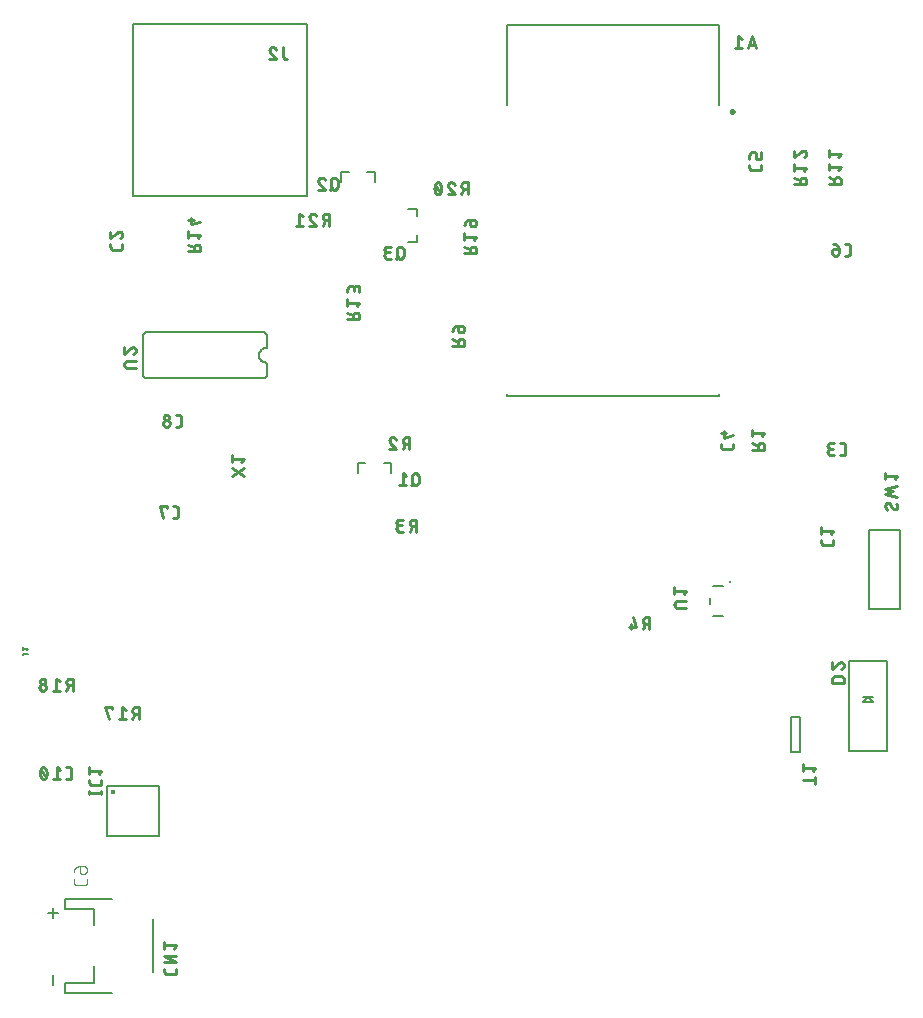
<source format=gbr>
G04 EAGLE Gerber RS-274X export*
G75*
%MOMM*%
%FSLAX34Y34*%
%LPD*%
%INSilkscreen Bottom*%
%IPPOS*%
%AMOC8*
5,1,8,0,0,1.08239X$1,22.5*%
G01*
%ADD10C,0.127000*%
%ADD11C,0.240000*%
%ADD12C,0.254000*%
%ADD13C,0.177800*%
%ADD14C,0.203200*%
%ADD15C,0.152400*%
%ADD16C,0.254000*%
%ADD17C,0.447213*%
%ADD18C,0.101600*%


D10*
X598000Y915000D02*
X598000Y982500D01*
X418000Y982500D01*
X418000Y915000D01*
X418000Y668500D02*
X598000Y668500D01*
X418000Y668500D02*
X418000Y670500D01*
X598000Y670000D02*
X598000Y668500D01*
D11*
X607800Y909500D02*
X607802Y909569D01*
X607808Y909638D01*
X607818Y909706D01*
X607832Y909774D01*
X607849Y909841D01*
X607871Y909907D01*
X607896Y909971D01*
X607925Y910034D01*
X607958Y910095D01*
X607994Y910154D01*
X608033Y910211D01*
X608076Y910265D01*
X608121Y910317D01*
X608170Y910367D01*
X608221Y910413D01*
X608275Y910456D01*
X608332Y910497D01*
X608390Y910533D01*
X608451Y910567D01*
X608513Y910597D01*
X608577Y910623D01*
X608642Y910645D01*
X608709Y910664D01*
X608777Y910679D01*
X608845Y910690D01*
X608914Y910697D01*
X608983Y910700D01*
X609052Y910699D01*
X609121Y910694D01*
X609189Y910685D01*
X609257Y910672D01*
X609324Y910655D01*
X609391Y910635D01*
X609455Y910610D01*
X609518Y910582D01*
X609580Y910551D01*
X609639Y910515D01*
X609697Y910477D01*
X609752Y910435D01*
X609805Y910390D01*
X609855Y910342D01*
X609902Y910292D01*
X609946Y910238D01*
X609987Y910183D01*
X610025Y910125D01*
X610059Y910065D01*
X610090Y910003D01*
X610117Y909939D01*
X610140Y909874D01*
X610160Y909808D01*
X610176Y909740D01*
X610188Y909672D01*
X610196Y909604D01*
X610200Y909535D01*
X610200Y909465D01*
X610196Y909396D01*
X610188Y909328D01*
X610176Y909260D01*
X610160Y909192D01*
X610140Y909126D01*
X610117Y909061D01*
X610090Y908997D01*
X610059Y908935D01*
X610025Y908875D01*
X609987Y908817D01*
X609946Y908762D01*
X609902Y908708D01*
X609855Y908658D01*
X609805Y908610D01*
X609752Y908565D01*
X609697Y908523D01*
X609639Y908485D01*
X609580Y908449D01*
X609518Y908418D01*
X609455Y908390D01*
X609391Y908365D01*
X609324Y908345D01*
X609257Y908328D01*
X609189Y908315D01*
X609121Y908306D01*
X609052Y908301D01*
X608983Y908300D01*
X608914Y908303D01*
X608845Y908310D01*
X608777Y908321D01*
X608709Y908336D01*
X608642Y908355D01*
X608577Y908377D01*
X608513Y908403D01*
X608451Y908433D01*
X608390Y908467D01*
X608332Y908503D01*
X608275Y908544D01*
X608221Y908587D01*
X608170Y908633D01*
X608121Y908683D01*
X608076Y908735D01*
X608033Y908789D01*
X607994Y908846D01*
X607958Y908905D01*
X607925Y908966D01*
X607896Y909029D01*
X607871Y909093D01*
X607849Y909159D01*
X607832Y909226D01*
X607818Y909294D01*
X607808Y909362D01*
X607802Y909431D01*
X607800Y909500D01*
D12*
X629018Y963232D02*
X625622Y973420D01*
X622226Y963232D01*
X623075Y965779D02*
X628169Y965779D01*
X616996Y971156D02*
X614166Y973420D01*
X614166Y963232D01*
X616996Y963232D02*
X611336Y963232D01*
X684530Y546818D02*
X684530Y544560D01*
X684532Y544467D01*
X684538Y544374D01*
X684547Y544281D01*
X684561Y544188D01*
X684578Y544097D01*
X684599Y544006D01*
X684624Y543916D01*
X684652Y543827D01*
X684684Y543739D01*
X684720Y543653D01*
X684759Y543568D01*
X684802Y543485D01*
X684848Y543404D01*
X684898Y543325D01*
X684950Y543248D01*
X685006Y543173D01*
X685065Y543101D01*
X685127Y543031D01*
X685191Y542963D01*
X685259Y542899D01*
X685329Y542837D01*
X685401Y542778D01*
X685476Y542722D01*
X685553Y542670D01*
X685632Y542620D01*
X685713Y542574D01*
X685796Y542531D01*
X685881Y542492D01*
X685967Y542456D01*
X686055Y542424D01*
X686144Y542396D01*
X686234Y542371D01*
X686325Y542350D01*
X686416Y542333D01*
X686509Y542319D01*
X686602Y542310D01*
X686695Y542304D01*
X686788Y542302D01*
X692432Y542302D01*
X692525Y542304D01*
X692618Y542310D01*
X692711Y542319D01*
X692804Y542333D01*
X692895Y542350D01*
X692986Y542371D01*
X693076Y542396D01*
X693165Y542424D01*
X693253Y542456D01*
X693339Y542492D01*
X693424Y542531D01*
X693507Y542574D01*
X693588Y542620D01*
X693667Y542670D01*
X693744Y542722D01*
X693819Y542778D01*
X693891Y542837D01*
X693961Y542899D01*
X694029Y542963D01*
X694093Y543031D01*
X694155Y543101D01*
X694214Y543173D01*
X694270Y543248D01*
X694322Y543325D01*
X694372Y543404D01*
X694418Y543485D01*
X694461Y543568D01*
X694500Y543653D01*
X694536Y543739D01*
X694568Y543827D01*
X694596Y543916D01*
X694621Y544006D01*
X694642Y544097D01*
X694659Y544188D01*
X694673Y544281D01*
X694682Y544374D01*
X694688Y544467D01*
X694690Y544560D01*
X694690Y546818D01*
X692432Y551886D02*
X694690Y554708D01*
X684530Y554708D01*
X684530Y551886D02*
X684530Y557530D01*
X82550Y794750D02*
X82550Y797008D01*
X82550Y794750D02*
X82552Y794657D01*
X82558Y794564D01*
X82567Y794471D01*
X82581Y794378D01*
X82598Y794287D01*
X82619Y794196D01*
X82644Y794106D01*
X82672Y794017D01*
X82704Y793929D01*
X82740Y793843D01*
X82779Y793758D01*
X82822Y793675D01*
X82868Y793594D01*
X82918Y793515D01*
X82970Y793438D01*
X83026Y793363D01*
X83085Y793291D01*
X83147Y793221D01*
X83211Y793153D01*
X83279Y793089D01*
X83349Y793027D01*
X83421Y792968D01*
X83496Y792912D01*
X83573Y792860D01*
X83652Y792810D01*
X83733Y792764D01*
X83816Y792721D01*
X83901Y792682D01*
X83987Y792646D01*
X84075Y792614D01*
X84164Y792586D01*
X84254Y792561D01*
X84345Y792540D01*
X84436Y792523D01*
X84529Y792509D01*
X84622Y792500D01*
X84715Y792494D01*
X84808Y792492D01*
X90452Y792492D01*
X90545Y792494D01*
X90638Y792500D01*
X90731Y792509D01*
X90824Y792523D01*
X90915Y792540D01*
X91006Y792561D01*
X91096Y792586D01*
X91185Y792614D01*
X91273Y792646D01*
X91359Y792682D01*
X91444Y792721D01*
X91527Y792764D01*
X91608Y792810D01*
X91687Y792860D01*
X91764Y792912D01*
X91839Y792968D01*
X91911Y793027D01*
X91981Y793089D01*
X92049Y793153D01*
X92113Y793221D01*
X92175Y793291D01*
X92234Y793363D01*
X92290Y793438D01*
X92342Y793515D01*
X92392Y793594D01*
X92438Y793675D01*
X92481Y793758D01*
X92520Y793843D01*
X92556Y793929D01*
X92588Y794017D01*
X92616Y794106D01*
X92641Y794196D01*
X92662Y794287D01*
X92679Y794378D01*
X92693Y794471D01*
X92702Y794564D01*
X92708Y794657D01*
X92710Y794750D01*
X92710Y797008D01*
X92710Y805180D02*
X92708Y805280D01*
X92702Y805379D01*
X92692Y805479D01*
X92679Y805577D01*
X92661Y805676D01*
X92640Y805773D01*
X92615Y805869D01*
X92586Y805965D01*
X92553Y806059D01*
X92517Y806152D01*
X92477Y806243D01*
X92433Y806333D01*
X92386Y806421D01*
X92336Y806507D01*
X92282Y806591D01*
X92225Y806673D01*
X92165Y806752D01*
X92101Y806830D01*
X92035Y806904D01*
X91966Y806976D01*
X91894Y807045D01*
X91820Y807111D01*
X91742Y807175D01*
X91663Y807235D01*
X91581Y807292D01*
X91497Y807346D01*
X91411Y807396D01*
X91323Y807443D01*
X91233Y807487D01*
X91142Y807527D01*
X91049Y807563D01*
X90955Y807596D01*
X90859Y807625D01*
X90763Y807650D01*
X90666Y807671D01*
X90567Y807689D01*
X90469Y807702D01*
X90369Y807712D01*
X90270Y807718D01*
X90170Y807720D01*
X92710Y805180D02*
X92708Y805069D01*
X92702Y804958D01*
X92693Y804848D01*
X92680Y804738D01*
X92663Y804628D01*
X92642Y804519D01*
X92618Y804411D01*
X92590Y804304D01*
X92559Y804197D01*
X92523Y804092D01*
X92485Y803988D01*
X92442Y803886D01*
X92397Y803785D01*
X92347Y803685D01*
X92295Y803588D01*
X92239Y803492D01*
X92180Y803398D01*
X92118Y803306D01*
X92053Y803216D01*
X91985Y803129D01*
X91913Y803044D01*
X91839Y802961D01*
X91763Y802881D01*
X91683Y802804D01*
X91601Y802729D01*
X91517Y802657D01*
X91430Y802588D01*
X91341Y802523D01*
X91249Y802460D01*
X91156Y802400D01*
X91060Y802344D01*
X90963Y802290D01*
X90864Y802241D01*
X90763Y802194D01*
X90661Y802151D01*
X90557Y802112D01*
X90452Y802076D01*
X88195Y806873D02*
X88265Y806945D01*
X88338Y807014D01*
X88414Y807080D01*
X88492Y807143D01*
X88572Y807203D01*
X88655Y807260D01*
X88739Y807315D01*
X88826Y807366D01*
X88914Y807414D01*
X89004Y807458D01*
X89095Y807499D01*
X89188Y807537D01*
X89283Y807572D01*
X89378Y807603D01*
X89475Y807630D01*
X89572Y807654D01*
X89671Y807674D01*
X89770Y807690D01*
X89869Y807703D01*
X89969Y807713D01*
X90070Y807718D01*
X90170Y807720D01*
X88194Y806873D02*
X82550Y802076D01*
X82550Y807720D01*
X700334Y618490D02*
X702592Y618490D01*
X702685Y618492D01*
X702778Y618498D01*
X702871Y618507D01*
X702964Y618521D01*
X703055Y618538D01*
X703146Y618559D01*
X703236Y618584D01*
X703325Y618612D01*
X703413Y618644D01*
X703499Y618680D01*
X703584Y618719D01*
X703667Y618762D01*
X703748Y618808D01*
X703827Y618858D01*
X703904Y618910D01*
X703979Y618966D01*
X704051Y619025D01*
X704121Y619087D01*
X704189Y619151D01*
X704253Y619219D01*
X704315Y619289D01*
X704374Y619361D01*
X704430Y619436D01*
X704482Y619513D01*
X704532Y619592D01*
X704578Y619673D01*
X704621Y619756D01*
X704660Y619841D01*
X704696Y619927D01*
X704728Y620015D01*
X704756Y620104D01*
X704781Y620194D01*
X704802Y620285D01*
X704819Y620376D01*
X704833Y620469D01*
X704842Y620562D01*
X704848Y620655D01*
X704850Y620748D01*
X704850Y626392D01*
X704848Y626485D01*
X704842Y626578D01*
X704833Y626671D01*
X704819Y626764D01*
X704802Y626855D01*
X704781Y626946D01*
X704756Y627036D01*
X704728Y627125D01*
X704696Y627213D01*
X704660Y627299D01*
X704621Y627384D01*
X704578Y627467D01*
X704532Y627548D01*
X704482Y627627D01*
X704430Y627704D01*
X704374Y627779D01*
X704315Y627851D01*
X704253Y627921D01*
X704189Y627989D01*
X704121Y628053D01*
X704051Y628115D01*
X703979Y628174D01*
X703904Y628230D01*
X703827Y628282D01*
X703748Y628332D01*
X703667Y628378D01*
X703584Y628421D01*
X703499Y628460D01*
X703413Y628496D01*
X703325Y628528D01*
X703236Y628556D01*
X703146Y628581D01*
X703055Y628602D01*
X702964Y628619D01*
X702871Y628633D01*
X702778Y628642D01*
X702685Y628648D01*
X702592Y628650D01*
X700334Y628650D01*
X695267Y618490D02*
X692445Y618490D01*
X692339Y618492D01*
X692234Y618498D01*
X692129Y618508D01*
X692024Y618522D01*
X691920Y618539D01*
X691817Y618561D01*
X691715Y618586D01*
X691613Y618615D01*
X691513Y618648D01*
X691414Y618685D01*
X691317Y618725D01*
X691221Y618769D01*
X691126Y618817D01*
X691034Y618868D01*
X690944Y618923D01*
X690855Y618980D01*
X690769Y619041D01*
X690686Y619106D01*
X690604Y619173D01*
X690526Y619243D01*
X690450Y619317D01*
X690376Y619393D01*
X690306Y619471D01*
X690239Y619553D01*
X690174Y619636D01*
X690113Y619722D01*
X690056Y619811D01*
X690001Y619901D01*
X689950Y619993D01*
X689902Y620088D01*
X689858Y620184D01*
X689818Y620281D01*
X689781Y620380D01*
X689748Y620480D01*
X689719Y620582D01*
X689694Y620684D01*
X689672Y620787D01*
X689655Y620891D01*
X689641Y620996D01*
X689631Y621101D01*
X689625Y621206D01*
X689623Y621312D01*
X689625Y621418D01*
X689631Y621523D01*
X689641Y621628D01*
X689655Y621733D01*
X689672Y621837D01*
X689694Y621940D01*
X689719Y622042D01*
X689748Y622144D01*
X689781Y622244D01*
X689818Y622343D01*
X689858Y622440D01*
X689902Y622536D01*
X689950Y622631D01*
X690001Y622723D01*
X690056Y622813D01*
X690113Y622902D01*
X690174Y622988D01*
X690239Y623071D01*
X690306Y623153D01*
X690376Y623231D01*
X690450Y623307D01*
X690526Y623381D01*
X690604Y623451D01*
X690686Y623518D01*
X690769Y623583D01*
X690855Y623644D01*
X690944Y623701D01*
X691034Y623756D01*
X691126Y623807D01*
X691221Y623855D01*
X691317Y623899D01*
X691414Y623939D01*
X691513Y623976D01*
X691613Y624009D01*
X691715Y624038D01*
X691817Y624063D01*
X691920Y624085D01*
X692024Y624102D01*
X692129Y624116D01*
X692234Y624126D01*
X692339Y624132D01*
X692445Y624134D01*
X691880Y628650D02*
X695267Y628650D01*
X691880Y628650D02*
X691787Y628648D01*
X691694Y628642D01*
X691601Y628633D01*
X691508Y628619D01*
X691417Y628602D01*
X691326Y628581D01*
X691236Y628556D01*
X691147Y628528D01*
X691059Y628496D01*
X690973Y628460D01*
X690888Y628421D01*
X690805Y628378D01*
X690724Y628332D01*
X690645Y628282D01*
X690568Y628230D01*
X690493Y628174D01*
X690421Y628115D01*
X690351Y628053D01*
X690283Y627989D01*
X690219Y627921D01*
X690157Y627851D01*
X690098Y627779D01*
X690042Y627704D01*
X689990Y627627D01*
X689940Y627548D01*
X689894Y627467D01*
X689851Y627384D01*
X689812Y627299D01*
X689776Y627213D01*
X689744Y627125D01*
X689716Y627036D01*
X689691Y626946D01*
X689670Y626855D01*
X689653Y626764D01*
X689639Y626671D01*
X689630Y626578D01*
X689624Y626485D01*
X689622Y626392D01*
X689624Y626299D01*
X689630Y626206D01*
X689639Y626113D01*
X689653Y626020D01*
X689670Y625929D01*
X689691Y625838D01*
X689716Y625748D01*
X689744Y625659D01*
X689776Y625571D01*
X689812Y625485D01*
X689851Y625400D01*
X689894Y625317D01*
X689940Y625236D01*
X689990Y625157D01*
X690042Y625080D01*
X690098Y625005D01*
X690157Y624933D01*
X690219Y624863D01*
X690283Y624795D01*
X690351Y624731D01*
X690421Y624669D01*
X690493Y624610D01*
X690568Y624554D01*
X690645Y624502D01*
X690724Y624452D01*
X690805Y624406D01*
X690888Y624363D01*
X690973Y624324D01*
X691059Y624288D01*
X691147Y624256D01*
X691236Y624228D01*
X691326Y624203D01*
X691417Y624182D01*
X691508Y624165D01*
X691601Y624151D01*
X691694Y624142D01*
X691787Y624136D01*
X691880Y624134D01*
X694138Y624134D01*
X599440Y625840D02*
X599440Y628098D01*
X599440Y625840D02*
X599442Y625747D01*
X599448Y625654D01*
X599457Y625561D01*
X599471Y625468D01*
X599488Y625377D01*
X599509Y625286D01*
X599534Y625196D01*
X599562Y625107D01*
X599594Y625019D01*
X599630Y624933D01*
X599669Y624848D01*
X599712Y624765D01*
X599758Y624684D01*
X599808Y624605D01*
X599860Y624528D01*
X599916Y624453D01*
X599975Y624381D01*
X600037Y624311D01*
X600101Y624243D01*
X600169Y624179D01*
X600239Y624117D01*
X600311Y624058D01*
X600386Y624002D01*
X600463Y623950D01*
X600542Y623900D01*
X600623Y623854D01*
X600706Y623811D01*
X600791Y623772D01*
X600877Y623736D01*
X600965Y623704D01*
X601054Y623676D01*
X601144Y623651D01*
X601235Y623630D01*
X601326Y623613D01*
X601419Y623599D01*
X601512Y623590D01*
X601605Y623584D01*
X601698Y623582D01*
X607342Y623582D01*
X607435Y623584D01*
X607528Y623590D01*
X607621Y623599D01*
X607714Y623613D01*
X607805Y623630D01*
X607896Y623651D01*
X607986Y623676D01*
X608075Y623704D01*
X608163Y623736D01*
X608249Y623772D01*
X608334Y623811D01*
X608417Y623854D01*
X608498Y623900D01*
X608577Y623950D01*
X608654Y624002D01*
X608729Y624058D01*
X608801Y624117D01*
X608871Y624179D01*
X608939Y624243D01*
X609003Y624311D01*
X609065Y624381D01*
X609124Y624453D01*
X609180Y624528D01*
X609232Y624605D01*
X609282Y624684D01*
X609328Y624765D01*
X609371Y624848D01*
X609410Y624933D01*
X609446Y625019D01*
X609478Y625107D01*
X609506Y625196D01*
X609531Y625286D01*
X609552Y625377D01*
X609569Y625468D01*
X609583Y625561D01*
X609592Y625654D01*
X609598Y625747D01*
X609600Y625840D01*
X609600Y628098D01*
X609600Y635423D02*
X601698Y633166D01*
X601698Y638810D01*
X603956Y637117D02*
X599440Y637117D01*
X623570Y862060D02*
X623570Y864318D01*
X623570Y862060D02*
X623572Y861967D01*
X623578Y861874D01*
X623587Y861781D01*
X623601Y861688D01*
X623618Y861597D01*
X623639Y861506D01*
X623664Y861416D01*
X623692Y861327D01*
X623724Y861239D01*
X623760Y861153D01*
X623799Y861068D01*
X623842Y860985D01*
X623888Y860904D01*
X623938Y860825D01*
X623990Y860748D01*
X624046Y860673D01*
X624105Y860601D01*
X624167Y860531D01*
X624231Y860463D01*
X624299Y860399D01*
X624369Y860337D01*
X624441Y860278D01*
X624516Y860222D01*
X624593Y860170D01*
X624672Y860120D01*
X624753Y860074D01*
X624836Y860031D01*
X624921Y859992D01*
X625007Y859956D01*
X625095Y859924D01*
X625184Y859896D01*
X625274Y859871D01*
X625365Y859850D01*
X625456Y859833D01*
X625549Y859819D01*
X625642Y859810D01*
X625735Y859804D01*
X625828Y859802D01*
X631472Y859802D01*
X631565Y859804D01*
X631658Y859810D01*
X631751Y859819D01*
X631844Y859833D01*
X631935Y859850D01*
X632026Y859871D01*
X632116Y859896D01*
X632205Y859924D01*
X632293Y859956D01*
X632379Y859992D01*
X632464Y860031D01*
X632547Y860074D01*
X632628Y860120D01*
X632707Y860170D01*
X632784Y860222D01*
X632859Y860278D01*
X632931Y860337D01*
X633001Y860399D01*
X633069Y860463D01*
X633133Y860531D01*
X633195Y860601D01*
X633254Y860673D01*
X633310Y860748D01*
X633362Y860825D01*
X633412Y860904D01*
X633458Y860985D01*
X633501Y861068D01*
X633540Y861153D01*
X633576Y861239D01*
X633608Y861327D01*
X633636Y861416D01*
X633661Y861506D01*
X633682Y861597D01*
X633699Y861688D01*
X633713Y861781D01*
X633722Y861874D01*
X633728Y861967D01*
X633730Y862060D01*
X633730Y864318D01*
X623570Y869386D02*
X623570Y872772D01*
X623572Y872865D01*
X623578Y872958D01*
X623587Y873051D01*
X623601Y873144D01*
X623618Y873235D01*
X623639Y873326D01*
X623664Y873416D01*
X623692Y873505D01*
X623724Y873593D01*
X623760Y873679D01*
X623799Y873764D01*
X623842Y873847D01*
X623888Y873928D01*
X623938Y874007D01*
X623990Y874084D01*
X624046Y874159D01*
X624105Y874231D01*
X624167Y874301D01*
X624231Y874369D01*
X624299Y874433D01*
X624369Y874495D01*
X624441Y874554D01*
X624516Y874610D01*
X624593Y874662D01*
X624672Y874712D01*
X624753Y874758D01*
X624836Y874801D01*
X624921Y874840D01*
X625007Y874876D01*
X625095Y874908D01*
X625184Y874936D01*
X625274Y874961D01*
X625365Y874982D01*
X625456Y874999D01*
X625549Y875013D01*
X625642Y875022D01*
X625735Y875028D01*
X625828Y875030D01*
X626957Y875030D01*
X627050Y875028D01*
X627143Y875022D01*
X627236Y875013D01*
X627329Y874999D01*
X627420Y874982D01*
X627511Y874961D01*
X627601Y874936D01*
X627690Y874908D01*
X627778Y874876D01*
X627864Y874840D01*
X627949Y874801D01*
X628032Y874758D01*
X628113Y874712D01*
X628192Y874662D01*
X628269Y874610D01*
X628344Y874554D01*
X628416Y874495D01*
X628486Y874433D01*
X628554Y874369D01*
X628618Y874301D01*
X628680Y874231D01*
X628739Y874159D01*
X628795Y874084D01*
X628847Y874007D01*
X628897Y873928D01*
X628943Y873847D01*
X628986Y873764D01*
X629025Y873679D01*
X629061Y873593D01*
X629093Y873505D01*
X629121Y873416D01*
X629146Y873326D01*
X629167Y873235D01*
X629184Y873144D01*
X629198Y873051D01*
X629207Y872958D01*
X629213Y872865D01*
X629215Y872772D01*
X629214Y872772D02*
X629214Y869386D01*
X633730Y869386D01*
X633730Y875030D01*
X704144Y787400D02*
X706402Y787400D01*
X706495Y787402D01*
X706588Y787408D01*
X706681Y787417D01*
X706774Y787431D01*
X706865Y787448D01*
X706956Y787469D01*
X707046Y787494D01*
X707135Y787522D01*
X707223Y787554D01*
X707309Y787590D01*
X707394Y787629D01*
X707477Y787672D01*
X707558Y787718D01*
X707637Y787768D01*
X707714Y787820D01*
X707789Y787876D01*
X707861Y787935D01*
X707931Y787997D01*
X707999Y788061D01*
X708063Y788129D01*
X708125Y788199D01*
X708184Y788271D01*
X708240Y788346D01*
X708292Y788423D01*
X708342Y788502D01*
X708388Y788583D01*
X708431Y788666D01*
X708470Y788751D01*
X708506Y788837D01*
X708538Y788925D01*
X708566Y789014D01*
X708591Y789104D01*
X708612Y789195D01*
X708629Y789286D01*
X708643Y789379D01*
X708652Y789472D01*
X708658Y789565D01*
X708660Y789658D01*
X708660Y795302D01*
X708658Y795395D01*
X708652Y795488D01*
X708643Y795581D01*
X708629Y795674D01*
X708612Y795765D01*
X708591Y795856D01*
X708566Y795946D01*
X708538Y796035D01*
X708506Y796123D01*
X708470Y796209D01*
X708431Y796294D01*
X708388Y796377D01*
X708342Y796458D01*
X708292Y796537D01*
X708240Y796614D01*
X708184Y796689D01*
X708125Y796761D01*
X708063Y796831D01*
X707999Y796899D01*
X707931Y796963D01*
X707861Y797025D01*
X707789Y797084D01*
X707714Y797140D01*
X707637Y797192D01*
X707558Y797242D01*
X707477Y797288D01*
X707394Y797331D01*
X707309Y797370D01*
X707223Y797406D01*
X707135Y797438D01*
X707046Y797466D01*
X706956Y797491D01*
X706865Y797512D01*
X706774Y797529D01*
X706681Y797543D01*
X706588Y797552D01*
X706495Y797558D01*
X706402Y797560D01*
X704144Y797560D01*
X699077Y793044D02*
X695690Y793044D01*
X695690Y793045D02*
X695597Y793043D01*
X695504Y793037D01*
X695411Y793028D01*
X695318Y793014D01*
X695227Y792997D01*
X695136Y792976D01*
X695046Y792951D01*
X694957Y792923D01*
X694869Y792891D01*
X694783Y792855D01*
X694698Y792816D01*
X694615Y792773D01*
X694534Y792727D01*
X694455Y792677D01*
X694378Y792625D01*
X694303Y792569D01*
X694231Y792510D01*
X694161Y792448D01*
X694093Y792384D01*
X694029Y792316D01*
X693967Y792246D01*
X693908Y792174D01*
X693852Y792099D01*
X693800Y792022D01*
X693750Y791943D01*
X693704Y791862D01*
X693661Y791779D01*
X693622Y791694D01*
X693586Y791608D01*
X693554Y791520D01*
X693526Y791431D01*
X693501Y791341D01*
X693480Y791250D01*
X693463Y791159D01*
X693449Y791066D01*
X693440Y790973D01*
X693434Y790880D01*
X693432Y790787D01*
X693432Y790222D01*
X693433Y790222D02*
X693435Y790116D01*
X693441Y790011D01*
X693451Y789906D01*
X693465Y789801D01*
X693482Y789697D01*
X693504Y789594D01*
X693529Y789492D01*
X693558Y789390D01*
X693591Y789290D01*
X693628Y789191D01*
X693668Y789094D01*
X693712Y788998D01*
X693760Y788903D01*
X693811Y788811D01*
X693866Y788721D01*
X693923Y788632D01*
X693984Y788546D01*
X694049Y788463D01*
X694116Y788381D01*
X694186Y788303D01*
X694260Y788227D01*
X694336Y788153D01*
X694414Y788083D01*
X694496Y788016D01*
X694579Y787951D01*
X694665Y787890D01*
X694754Y787833D01*
X694844Y787778D01*
X694936Y787727D01*
X695031Y787679D01*
X695127Y787635D01*
X695224Y787595D01*
X695323Y787558D01*
X695423Y787525D01*
X695525Y787496D01*
X695627Y787471D01*
X695730Y787449D01*
X695834Y787432D01*
X695939Y787418D01*
X696044Y787408D01*
X696149Y787402D01*
X696255Y787400D01*
X696361Y787402D01*
X696466Y787408D01*
X696571Y787418D01*
X696676Y787432D01*
X696780Y787449D01*
X696883Y787471D01*
X696985Y787496D01*
X697087Y787525D01*
X697187Y787558D01*
X697286Y787595D01*
X697383Y787635D01*
X697479Y787679D01*
X697574Y787727D01*
X697666Y787778D01*
X697756Y787833D01*
X697845Y787890D01*
X697931Y787951D01*
X698014Y788016D01*
X698096Y788083D01*
X698174Y788153D01*
X698250Y788227D01*
X698324Y788303D01*
X698394Y788381D01*
X698461Y788463D01*
X698526Y788546D01*
X698587Y788632D01*
X698644Y788721D01*
X698699Y788811D01*
X698750Y788903D01*
X698798Y788998D01*
X698842Y789094D01*
X698882Y789191D01*
X698919Y789290D01*
X698952Y789390D01*
X698981Y789492D01*
X699006Y789594D01*
X699028Y789697D01*
X699045Y789801D01*
X699059Y789906D01*
X699069Y790011D01*
X699075Y790116D01*
X699077Y790222D01*
X699077Y793044D01*
X699075Y793178D01*
X699069Y793312D01*
X699059Y793445D01*
X699045Y793578D01*
X699028Y793711D01*
X699006Y793843D01*
X698980Y793974D01*
X698951Y794105D01*
X698917Y794234D01*
X698880Y794363D01*
X698839Y794490D01*
X698794Y794616D01*
X698746Y794741D01*
X698694Y794864D01*
X698638Y794986D01*
X698579Y795106D01*
X698516Y795224D01*
X698449Y795341D01*
X698380Y795455D01*
X698307Y795567D01*
X698230Y795677D01*
X698151Y795784D01*
X698068Y795889D01*
X697982Y795992D01*
X697893Y796092D01*
X697801Y796190D01*
X697707Y796284D01*
X697609Y796376D01*
X697509Y796465D01*
X697407Y796551D01*
X697301Y796634D01*
X697194Y796713D01*
X697084Y796790D01*
X696972Y796863D01*
X696858Y796932D01*
X696741Y796999D01*
X696623Y797062D01*
X696503Y797121D01*
X696382Y797177D01*
X696258Y797229D01*
X696134Y797277D01*
X696007Y797322D01*
X695880Y797363D01*
X695751Y797400D01*
X695622Y797434D01*
X695491Y797463D01*
X695360Y797489D01*
X695228Y797510D01*
X695095Y797528D01*
X694962Y797542D01*
X694829Y797552D01*
X694695Y797558D01*
X694561Y797560D01*
D10*
X118900Y225700D02*
X118900Y180700D01*
X83900Y243200D02*
X43900Y243200D01*
X43900Y234700D01*
X68900Y234700D01*
X68900Y220700D01*
X68900Y185700D02*
X68900Y171700D01*
X43900Y171700D01*
X43900Y163200D01*
X83900Y163200D01*
D13*
X33669Y226949D02*
X33669Y235246D01*
X29520Y231098D02*
X37818Y231098D01*
X33669Y178096D02*
X33669Y169799D01*
D12*
X128270Y181328D02*
X128270Y183586D01*
X128270Y181328D02*
X128272Y181235D01*
X128278Y181142D01*
X128287Y181049D01*
X128301Y180956D01*
X128318Y180865D01*
X128339Y180774D01*
X128364Y180684D01*
X128392Y180595D01*
X128424Y180507D01*
X128460Y180421D01*
X128499Y180336D01*
X128542Y180253D01*
X128588Y180172D01*
X128638Y180093D01*
X128690Y180016D01*
X128746Y179941D01*
X128805Y179869D01*
X128867Y179799D01*
X128931Y179731D01*
X128999Y179667D01*
X129069Y179605D01*
X129141Y179546D01*
X129216Y179490D01*
X129293Y179438D01*
X129372Y179388D01*
X129453Y179342D01*
X129536Y179299D01*
X129621Y179260D01*
X129707Y179224D01*
X129795Y179192D01*
X129884Y179164D01*
X129974Y179139D01*
X130065Y179118D01*
X130156Y179101D01*
X130249Y179087D01*
X130342Y179078D01*
X130435Y179072D01*
X130528Y179070D01*
X136172Y179070D01*
X136265Y179072D01*
X136358Y179078D01*
X136451Y179087D01*
X136544Y179101D01*
X136635Y179118D01*
X136726Y179139D01*
X136816Y179164D01*
X136905Y179192D01*
X136993Y179224D01*
X137079Y179260D01*
X137164Y179299D01*
X137247Y179342D01*
X137328Y179388D01*
X137407Y179438D01*
X137484Y179490D01*
X137559Y179546D01*
X137631Y179605D01*
X137701Y179667D01*
X137769Y179731D01*
X137833Y179799D01*
X137895Y179869D01*
X137954Y179941D01*
X138010Y180016D01*
X138062Y180093D01*
X138112Y180172D01*
X138158Y180253D01*
X138201Y180336D01*
X138240Y180421D01*
X138276Y180507D01*
X138308Y180595D01*
X138336Y180684D01*
X138361Y180774D01*
X138382Y180865D01*
X138399Y180956D01*
X138413Y181049D01*
X138422Y181142D01*
X138428Y181235D01*
X138430Y181328D01*
X138430Y183586D01*
X138430Y189034D02*
X128270Y189034D01*
X128270Y194679D02*
X138430Y189034D01*
X138430Y194679D02*
X128270Y194679D01*
X136172Y200845D02*
X138430Y203667D01*
X128270Y203667D01*
X128270Y200845D02*
X128270Y206490D01*
D10*
X735360Y444290D02*
X737840Y444290D01*
X735360Y444290D02*
X707900Y444290D01*
X707900Y368240D01*
X709960Y368240D01*
X710535Y368240D01*
X709960Y368240D02*
X739900Y368240D01*
X739900Y444290D01*
X735360Y444290D01*
X728345Y409575D02*
X719455Y409575D01*
X723900Y413385D01*
X728345Y409575D01*
X728345Y413385D02*
X719455Y413385D01*
D12*
X703580Y425775D02*
X693420Y425775D01*
X703580Y425775D02*
X703580Y428597D01*
X703578Y428703D01*
X703572Y428808D01*
X703562Y428913D01*
X703548Y429018D01*
X703531Y429122D01*
X703509Y429225D01*
X703484Y429327D01*
X703455Y429429D01*
X703422Y429529D01*
X703385Y429628D01*
X703345Y429726D01*
X703301Y429821D01*
X703253Y429916D01*
X703202Y430008D01*
X703147Y430098D01*
X703090Y430187D01*
X703029Y430273D01*
X702964Y430356D01*
X702897Y430438D01*
X702827Y430516D01*
X702753Y430592D01*
X702677Y430666D01*
X702599Y430736D01*
X702517Y430803D01*
X702434Y430868D01*
X702348Y430929D01*
X702259Y430986D01*
X702169Y431041D01*
X702077Y431092D01*
X701982Y431140D01*
X701886Y431184D01*
X701789Y431224D01*
X701690Y431261D01*
X701590Y431294D01*
X701488Y431323D01*
X701386Y431348D01*
X701283Y431370D01*
X701179Y431387D01*
X701074Y431401D01*
X700969Y431411D01*
X700863Y431417D01*
X700758Y431419D01*
X696242Y431419D01*
X696136Y431417D01*
X696031Y431411D01*
X695926Y431401D01*
X695821Y431387D01*
X695717Y431370D01*
X695614Y431348D01*
X695512Y431323D01*
X695410Y431294D01*
X695310Y431261D01*
X695211Y431224D01*
X695114Y431184D01*
X695018Y431140D01*
X694923Y431092D01*
X694831Y431041D01*
X694741Y430986D01*
X694652Y430929D01*
X694566Y430868D01*
X694483Y430803D01*
X694401Y430736D01*
X694323Y430666D01*
X694247Y430592D01*
X694173Y430516D01*
X694103Y430438D01*
X694036Y430357D01*
X693971Y430273D01*
X693910Y430187D01*
X693853Y430098D01*
X693798Y430008D01*
X693747Y429916D01*
X693699Y429821D01*
X693655Y429726D01*
X693615Y429628D01*
X693578Y429529D01*
X693545Y429429D01*
X693516Y429327D01*
X693491Y429225D01*
X693469Y429122D01*
X693452Y429018D01*
X693438Y428913D01*
X693428Y428808D01*
X693422Y428703D01*
X693420Y428597D01*
X693420Y425775D01*
X703580Y440690D02*
X703578Y440790D01*
X703572Y440889D01*
X703562Y440989D01*
X703549Y441087D01*
X703531Y441186D01*
X703510Y441283D01*
X703485Y441379D01*
X703456Y441475D01*
X703423Y441569D01*
X703387Y441662D01*
X703347Y441753D01*
X703303Y441843D01*
X703256Y441931D01*
X703206Y442017D01*
X703152Y442101D01*
X703095Y442183D01*
X703035Y442262D01*
X702971Y442340D01*
X702905Y442414D01*
X702836Y442486D01*
X702764Y442555D01*
X702690Y442621D01*
X702612Y442685D01*
X702533Y442745D01*
X702451Y442802D01*
X702367Y442856D01*
X702281Y442906D01*
X702193Y442953D01*
X702103Y442997D01*
X702012Y443037D01*
X701919Y443073D01*
X701825Y443106D01*
X701729Y443135D01*
X701633Y443160D01*
X701536Y443181D01*
X701437Y443199D01*
X701339Y443212D01*
X701239Y443222D01*
X701140Y443228D01*
X701040Y443230D01*
X703580Y440690D02*
X703578Y440579D01*
X703572Y440468D01*
X703563Y440358D01*
X703550Y440248D01*
X703533Y440138D01*
X703512Y440029D01*
X703488Y439921D01*
X703460Y439814D01*
X703429Y439707D01*
X703393Y439602D01*
X703355Y439498D01*
X703312Y439396D01*
X703267Y439295D01*
X703217Y439195D01*
X703165Y439098D01*
X703109Y439002D01*
X703050Y438908D01*
X702988Y438816D01*
X702923Y438726D01*
X702855Y438639D01*
X702783Y438554D01*
X702709Y438471D01*
X702633Y438391D01*
X702553Y438314D01*
X702471Y438239D01*
X702387Y438167D01*
X702300Y438098D01*
X702211Y438033D01*
X702119Y437970D01*
X702026Y437910D01*
X701930Y437854D01*
X701833Y437800D01*
X701734Y437751D01*
X701633Y437704D01*
X701531Y437661D01*
X701427Y437622D01*
X701322Y437586D01*
X699065Y442383D02*
X699135Y442455D01*
X699208Y442524D01*
X699284Y442590D01*
X699362Y442653D01*
X699442Y442713D01*
X699525Y442770D01*
X699609Y442825D01*
X699696Y442876D01*
X699784Y442924D01*
X699874Y442968D01*
X699965Y443009D01*
X700058Y443047D01*
X700153Y443082D01*
X700248Y443113D01*
X700345Y443140D01*
X700442Y443164D01*
X700541Y443184D01*
X700640Y443200D01*
X700739Y443213D01*
X700839Y443223D01*
X700940Y443228D01*
X701040Y443230D01*
X699064Y442383D02*
X693420Y437586D01*
X693420Y443230D01*
D14*
X320070Y611520D02*
X314070Y611520D01*
X320070Y611520D02*
X320070Y603520D01*
X298070Y611520D02*
X292070Y611520D01*
X292070Y603520D01*
D12*
X343424Y600428D02*
X343424Y595912D01*
X343424Y600428D02*
X343422Y600534D01*
X343416Y600639D01*
X343406Y600744D01*
X343392Y600849D01*
X343375Y600953D01*
X343353Y601056D01*
X343328Y601158D01*
X343299Y601260D01*
X343266Y601360D01*
X343229Y601459D01*
X343189Y601556D01*
X343145Y601652D01*
X343097Y601747D01*
X343046Y601839D01*
X342991Y601929D01*
X342934Y602018D01*
X342873Y602104D01*
X342808Y602187D01*
X342741Y602269D01*
X342671Y602347D01*
X342597Y602423D01*
X342521Y602497D01*
X342443Y602567D01*
X342361Y602634D01*
X342278Y602699D01*
X342192Y602760D01*
X342103Y602817D01*
X342013Y602872D01*
X341921Y602923D01*
X341826Y602971D01*
X341730Y603015D01*
X341633Y603055D01*
X341534Y603092D01*
X341434Y603125D01*
X341332Y603154D01*
X341230Y603179D01*
X341127Y603201D01*
X341023Y603218D01*
X340918Y603232D01*
X340813Y603242D01*
X340708Y603248D01*
X340602Y603250D01*
X340496Y603248D01*
X340391Y603242D01*
X340286Y603232D01*
X340181Y603218D01*
X340077Y603201D01*
X339974Y603179D01*
X339872Y603154D01*
X339770Y603125D01*
X339670Y603092D01*
X339571Y603055D01*
X339474Y603015D01*
X339378Y602971D01*
X339283Y602923D01*
X339191Y602872D01*
X339101Y602817D01*
X339012Y602760D01*
X338926Y602699D01*
X338843Y602634D01*
X338761Y602567D01*
X338683Y602497D01*
X338607Y602423D01*
X338533Y602347D01*
X338463Y602269D01*
X338396Y602187D01*
X338331Y602104D01*
X338270Y602018D01*
X338213Y601929D01*
X338158Y601839D01*
X338107Y601747D01*
X338059Y601652D01*
X338015Y601556D01*
X337975Y601459D01*
X337938Y601360D01*
X337905Y601260D01*
X337876Y601158D01*
X337851Y601056D01*
X337829Y600953D01*
X337812Y600849D01*
X337798Y600744D01*
X337788Y600639D01*
X337782Y600534D01*
X337780Y600428D01*
X337780Y595912D01*
X337782Y595806D01*
X337788Y595701D01*
X337798Y595596D01*
X337812Y595491D01*
X337829Y595387D01*
X337851Y595284D01*
X337876Y595182D01*
X337905Y595080D01*
X337938Y594980D01*
X337975Y594881D01*
X338015Y594784D01*
X338059Y594688D01*
X338107Y594593D01*
X338158Y594501D01*
X338213Y594411D01*
X338270Y594322D01*
X338331Y594236D01*
X338396Y594153D01*
X338463Y594071D01*
X338533Y593993D01*
X338607Y593917D01*
X338683Y593843D01*
X338761Y593773D01*
X338843Y593706D01*
X338926Y593641D01*
X339012Y593580D01*
X339101Y593523D01*
X339191Y593468D01*
X339283Y593417D01*
X339378Y593369D01*
X339474Y593325D01*
X339571Y593285D01*
X339670Y593248D01*
X339770Y593215D01*
X339872Y593186D01*
X339974Y593161D01*
X340077Y593139D01*
X340181Y593122D01*
X340286Y593108D01*
X340391Y593098D01*
X340496Y593092D01*
X340602Y593090D01*
X340708Y593092D01*
X340813Y593098D01*
X340918Y593108D01*
X341023Y593122D01*
X341127Y593139D01*
X341230Y593161D01*
X341332Y593186D01*
X341434Y593215D01*
X341534Y593248D01*
X341633Y593285D01*
X341730Y593325D01*
X341826Y593369D01*
X341921Y593417D01*
X342013Y593468D01*
X342103Y593523D01*
X342192Y593580D01*
X342278Y593641D01*
X342361Y593706D01*
X342443Y593773D01*
X342521Y593843D01*
X342597Y593917D01*
X342671Y593993D01*
X342741Y594071D01*
X342808Y594153D01*
X342873Y594236D01*
X342934Y594322D01*
X342991Y594411D01*
X343046Y594501D01*
X343097Y594593D01*
X343145Y594688D01*
X343189Y594784D01*
X343229Y594881D01*
X343266Y594980D01*
X343299Y595080D01*
X343328Y595182D01*
X343353Y595284D01*
X343375Y595387D01*
X343392Y595491D01*
X343406Y595596D01*
X343416Y595701D01*
X343422Y595806D01*
X343424Y595912D01*
X338908Y595348D02*
X336651Y593090D01*
X332780Y600992D02*
X329958Y603250D01*
X329958Y593090D01*
X332780Y593090D02*
X327136Y593090D01*
X626110Y623134D02*
X636270Y623134D01*
X636270Y625957D01*
X636268Y626063D01*
X636262Y626168D01*
X636252Y626273D01*
X636238Y626378D01*
X636221Y626482D01*
X636199Y626585D01*
X636174Y626687D01*
X636145Y626789D01*
X636112Y626889D01*
X636075Y626988D01*
X636035Y627085D01*
X635991Y627181D01*
X635943Y627276D01*
X635892Y627368D01*
X635837Y627458D01*
X635780Y627547D01*
X635719Y627633D01*
X635654Y627716D01*
X635587Y627798D01*
X635517Y627876D01*
X635443Y627952D01*
X635367Y628026D01*
X635289Y628096D01*
X635207Y628163D01*
X635124Y628228D01*
X635038Y628289D01*
X634949Y628346D01*
X634859Y628401D01*
X634767Y628452D01*
X634672Y628500D01*
X634576Y628544D01*
X634479Y628584D01*
X634380Y628621D01*
X634280Y628654D01*
X634178Y628683D01*
X634076Y628708D01*
X633973Y628730D01*
X633869Y628747D01*
X633764Y628761D01*
X633659Y628771D01*
X633554Y628777D01*
X633448Y628779D01*
X633342Y628777D01*
X633237Y628771D01*
X633132Y628761D01*
X633027Y628747D01*
X632923Y628730D01*
X632820Y628708D01*
X632718Y628683D01*
X632616Y628654D01*
X632516Y628621D01*
X632417Y628584D01*
X632320Y628544D01*
X632224Y628500D01*
X632129Y628452D01*
X632037Y628401D01*
X631947Y628346D01*
X631858Y628289D01*
X631772Y628228D01*
X631689Y628163D01*
X631607Y628096D01*
X631529Y628026D01*
X631453Y627952D01*
X631379Y627876D01*
X631309Y627798D01*
X631242Y627716D01*
X631177Y627633D01*
X631116Y627547D01*
X631059Y627458D01*
X631004Y627368D01*
X630953Y627276D01*
X630905Y627181D01*
X630861Y627085D01*
X630821Y626988D01*
X630784Y626889D01*
X630751Y626789D01*
X630722Y626687D01*
X630697Y626585D01*
X630675Y626482D01*
X630658Y626378D01*
X630644Y626273D01*
X630634Y626168D01*
X630628Y626063D01*
X630626Y625957D01*
X630626Y623134D01*
X630626Y626521D02*
X626110Y628779D01*
X634012Y634436D02*
X636270Y637258D01*
X626110Y637258D01*
X626110Y634436D02*
X626110Y640080D01*
X690880Y848360D02*
X701040Y848360D01*
X701040Y851182D01*
X701038Y851288D01*
X701032Y851393D01*
X701022Y851498D01*
X701008Y851603D01*
X700991Y851707D01*
X700969Y851810D01*
X700944Y851912D01*
X700915Y852014D01*
X700882Y852114D01*
X700845Y852213D01*
X700805Y852310D01*
X700761Y852406D01*
X700713Y852501D01*
X700662Y852593D01*
X700607Y852683D01*
X700550Y852772D01*
X700489Y852858D01*
X700424Y852941D01*
X700357Y853023D01*
X700287Y853101D01*
X700213Y853177D01*
X700137Y853251D01*
X700059Y853321D01*
X699977Y853388D01*
X699894Y853453D01*
X699808Y853514D01*
X699719Y853571D01*
X699629Y853626D01*
X699537Y853677D01*
X699442Y853725D01*
X699346Y853769D01*
X699249Y853809D01*
X699150Y853846D01*
X699050Y853879D01*
X698948Y853908D01*
X698846Y853933D01*
X698743Y853955D01*
X698639Y853972D01*
X698534Y853986D01*
X698429Y853996D01*
X698324Y854002D01*
X698218Y854004D01*
X698112Y854002D01*
X698007Y853996D01*
X697902Y853986D01*
X697797Y853972D01*
X697693Y853955D01*
X697590Y853933D01*
X697488Y853908D01*
X697386Y853879D01*
X697286Y853846D01*
X697187Y853809D01*
X697090Y853769D01*
X696994Y853725D01*
X696899Y853677D01*
X696807Y853626D01*
X696717Y853571D01*
X696628Y853514D01*
X696542Y853453D01*
X696459Y853388D01*
X696377Y853321D01*
X696299Y853251D01*
X696223Y853177D01*
X696149Y853101D01*
X696079Y853023D01*
X696012Y852941D01*
X695947Y852858D01*
X695886Y852772D01*
X695829Y852683D01*
X695774Y852593D01*
X695723Y852501D01*
X695675Y852406D01*
X695631Y852310D01*
X695591Y852213D01*
X695554Y852114D01*
X695521Y852014D01*
X695492Y851912D01*
X695467Y851810D01*
X695445Y851707D01*
X695428Y851603D01*
X695414Y851498D01*
X695404Y851393D01*
X695398Y851288D01*
X695396Y851182D01*
X695396Y848360D01*
X695396Y851747D02*
X690880Y854004D01*
X698782Y859661D02*
X701040Y862483D01*
X690880Y862483D01*
X690880Y859661D02*
X690880Y865306D01*
X698782Y871091D02*
X701040Y873913D01*
X690880Y873913D01*
X690880Y871091D02*
X690880Y876736D01*
X671830Y847924D02*
X661670Y847924D01*
X671830Y847924D02*
X671830Y850747D01*
X671828Y850853D01*
X671822Y850958D01*
X671812Y851063D01*
X671798Y851168D01*
X671781Y851272D01*
X671759Y851375D01*
X671734Y851477D01*
X671705Y851579D01*
X671672Y851679D01*
X671635Y851778D01*
X671595Y851875D01*
X671551Y851971D01*
X671503Y852066D01*
X671452Y852158D01*
X671397Y852248D01*
X671340Y852337D01*
X671279Y852423D01*
X671214Y852506D01*
X671147Y852588D01*
X671077Y852666D01*
X671003Y852742D01*
X670927Y852816D01*
X670849Y852886D01*
X670767Y852953D01*
X670684Y853018D01*
X670598Y853079D01*
X670509Y853136D01*
X670419Y853191D01*
X670327Y853242D01*
X670232Y853290D01*
X670136Y853334D01*
X670039Y853374D01*
X669940Y853411D01*
X669840Y853444D01*
X669738Y853473D01*
X669636Y853498D01*
X669533Y853520D01*
X669429Y853537D01*
X669324Y853551D01*
X669219Y853561D01*
X669114Y853567D01*
X669008Y853569D01*
X668902Y853567D01*
X668797Y853561D01*
X668692Y853551D01*
X668587Y853537D01*
X668483Y853520D01*
X668380Y853498D01*
X668278Y853473D01*
X668176Y853444D01*
X668076Y853411D01*
X667977Y853374D01*
X667880Y853334D01*
X667784Y853290D01*
X667689Y853242D01*
X667597Y853191D01*
X667507Y853136D01*
X667418Y853079D01*
X667332Y853018D01*
X667249Y852953D01*
X667167Y852886D01*
X667089Y852816D01*
X667013Y852742D01*
X666939Y852666D01*
X666869Y852588D01*
X666802Y852506D01*
X666737Y852423D01*
X666676Y852337D01*
X666619Y852248D01*
X666564Y852158D01*
X666513Y852066D01*
X666465Y851971D01*
X666421Y851875D01*
X666381Y851778D01*
X666344Y851679D01*
X666311Y851579D01*
X666282Y851477D01*
X666257Y851375D01*
X666235Y851272D01*
X666218Y851168D01*
X666204Y851063D01*
X666194Y850958D01*
X666188Y850853D01*
X666186Y850747D01*
X666186Y847924D01*
X666186Y851311D02*
X661670Y853569D01*
X669572Y859226D02*
X671830Y862048D01*
X661670Y862048D01*
X661670Y859226D02*
X661670Y864870D01*
X671830Y873760D02*
X671828Y873860D01*
X671822Y873959D01*
X671812Y874059D01*
X671799Y874157D01*
X671781Y874256D01*
X671760Y874353D01*
X671735Y874449D01*
X671706Y874545D01*
X671673Y874639D01*
X671637Y874732D01*
X671597Y874823D01*
X671553Y874913D01*
X671506Y875001D01*
X671456Y875087D01*
X671402Y875171D01*
X671345Y875253D01*
X671285Y875332D01*
X671221Y875410D01*
X671155Y875484D01*
X671086Y875556D01*
X671014Y875625D01*
X670940Y875691D01*
X670862Y875755D01*
X670783Y875815D01*
X670701Y875872D01*
X670617Y875926D01*
X670531Y875976D01*
X670443Y876023D01*
X670353Y876067D01*
X670262Y876107D01*
X670169Y876143D01*
X670075Y876176D01*
X669979Y876205D01*
X669883Y876230D01*
X669786Y876251D01*
X669687Y876269D01*
X669589Y876282D01*
X669489Y876292D01*
X669390Y876298D01*
X669290Y876300D01*
X671830Y873760D02*
X671828Y873649D01*
X671822Y873538D01*
X671813Y873428D01*
X671800Y873318D01*
X671783Y873208D01*
X671762Y873099D01*
X671738Y872991D01*
X671710Y872884D01*
X671679Y872777D01*
X671643Y872672D01*
X671605Y872568D01*
X671562Y872466D01*
X671517Y872365D01*
X671467Y872265D01*
X671415Y872168D01*
X671359Y872072D01*
X671300Y871978D01*
X671238Y871886D01*
X671173Y871796D01*
X671105Y871709D01*
X671033Y871624D01*
X670959Y871541D01*
X670883Y871461D01*
X670803Y871384D01*
X670721Y871309D01*
X670637Y871237D01*
X670550Y871168D01*
X670461Y871103D01*
X670369Y871040D01*
X670276Y870980D01*
X670180Y870924D01*
X670083Y870870D01*
X669984Y870821D01*
X669883Y870774D01*
X669781Y870731D01*
X669677Y870692D01*
X669572Y870656D01*
X667315Y875453D02*
X667385Y875525D01*
X667458Y875594D01*
X667534Y875660D01*
X667612Y875723D01*
X667692Y875783D01*
X667775Y875840D01*
X667859Y875895D01*
X667946Y875946D01*
X668034Y875994D01*
X668124Y876038D01*
X668215Y876079D01*
X668308Y876117D01*
X668403Y876152D01*
X668498Y876183D01*
X668595Y876210D01*
X668692Y876234D01*
X668791Y876254D01*
X668890Y876270D01*
X668989Y876283D01*
X669089Y876293D01*
X669190Y876298D01*
X669290Y876300D01*
X667314Y875453D02*
X661670Y870656D01*
X661670Y876300D01*
X335716Y633730D02*
X335716Y623570D01*
X335716Y633730D02*
X332893Y633730D01*
X332787Y633728D01*
X332682Y633722D01*
X332577Y633712D01*
X332472Y633698D01*
X332368Y633681D01*
X332265Y633659D01*
X332163Y633634D01*
X332061Y633605D01*
X331961Y633572D01*
X331862Y633535D01*
X331765Y633495D01*
X331669Y633451D01*
X331574Y633403D01*
X331482Y633352D01*
X331392Y633297D01*
X331303Y633240D01*
X331217Y633179D01*
X331134Y633114D01*
X331052Y633047D01*
X330974Y632977D01*
X330898Y632903D01*
X330824Y632827D01*
X330754Y632749D01*
X330687Y632667D01*
X330622Y632584D01*
X330561Y632498D01*
X330504Y632409D01*
X330449Y632319D01*
X330398Y632227D01*
X330350Y632132D01*
X330306Y632036D01*
X330266Y631939D01*
X330229Y631840D01*
X330196Y631740D01*
X330167Y631638D01*
X330142Y631536D01*
X330120Y631433D01*
X330103Y631329D01*
X330089Y631224D01*
X330079Y631119D01*
X330073Y631014D01*
X330071Y630908D01*
X330073Y630802D01*
X330079Y630697D01*
X330089Y630592D01*
X330103Y630487D01*
X330120Y630383D01*
X330142Y630280D01*
X330167Y630178D01*
X330196Y630076D01*
X330229Y629976D01*
X330266Y629877D01*
X330306Y629780D01*
X330350Y629684D01*
X330398Y629589D01*
X330449Y629497D01*
X330504Y629407D01*
X330561Y629318D01*
X330622Y629232D01*
X330687Y629149D01*
X330754Y629067D01*
X330824Y628989D01*
X330898Y628913D01*
X330974Y628839D01*
X331052Y628769D01*
X331134Y628702D01*
X331217Y628637D01*
X331303Y628576D01*
X331392Y628519D01*
X331482Y628464D01*
X331574Y628413D01*
X331669Y628365D01*
X331765Y628321D01*
X331862Y628281D01*
X331961Y628244D01*
X332061Y628211D01*
X332163Y628182D01*
X332265Y628157D01*
X332368Y628135D01*
X332472Y628118D01*
X332577Y628104D01*
X332682Y628094D01*
X332787Y628088D01*
X332893Y628086D01*
X335716Y628086D01*
X332329Y628086D02*
X330071Y623570D01*
X321310Y633730D02*
X321210Y633728D01*
X321111Y633722D01*
X321011Y633712D01*
X320913Y633699D01*
X320814Y633681D01*
X320717Y633660D01*
X320621Y633635D01*
X320525Y633606D01*
X320431Y633573D01*
X320338Y633537D01*
X320247Y633497D01*
X320157Y633453D01*
X320069Y633406D01*
X319983Y633356D01*
X319899Y633302D01*
X319817Y633245D01*
X319738Y633185D01*
X319660Y633121D01*
X319586Y633055D01*
X319514Y632986D01*
X319445Y632914D01*
X319379Y632840D01*
X319315Y632762D01*
X319255Y632683D01*
X319198Y632601D01*
X319144Y632517D01*
X319094Y632431D01*
X319047Y632343D01*
X319003Y632253D01*
X318963Y632162D01*
X318927Y632069D01*
X318894Y631975D01*
X318865Y631879D01*
X318840Y631783D01*
X318819Y631686D01*
X318801Y631587D01*
X318788Y631489D01*
X318778Y631389D01*
X318772Y631290D01*
X318770Y631190D01*
X321310Y633730D02*
X321421Y633728D01*
X321532Y633722D01*
X321642Y633713D01*
X321752Y633700D01*
X321862Y633683D01*
X321971Y633662D01*
X322079Y633638D01*
X322186Y633610D01*
X322293Y633579D01*
X322398Y633543D01*
X322502Y633505D01*
X322604Y633462D01*
X322705Y633417D01*
X322805Y633367D01*
X322902Y633315D01*
X322998Y633259D01*
X323092Y633200D01*
X323184Y633138D01*
X323274Y633073D01*
X323361Y633005D01*
X323446Y632933D01*
X323529Y632859D01*
X323609Y632783D01*
X323686Y632703D01*
X323761Y632621D01*
X323833Y632537D01*
X323902Y632450D01*
X323967Y632361D01*
X324030Y632269D01*
X324090Y632176D01*
X324146Y632080D01*
X324200Y631983D01*
X324249Y631884D01*
X324296Y631783D01*
X324339Y631681D01*
X324378Y631577D01*
X324414Y631472D01*
X319617Y629215D02*
X319545Y629285D01*
X319476Y629358D01*
X319410Y629434D01*
X319347Y629512D01*
X319287Y629592D01*
X319230Y629675D01*
X319175Y629759D01*
X319124Y629846D01*
X319076Y629934D01*
X319032Y630024D01*
X318991Y630115D01*
X318953Y630208D01*
X318918Y630303D01*
X318887Y630398D01*
X318860Y630495D01*
X318836Y630592D01*
X318816Y630691D01*
X318800Y630790D01*
X318787Y630889D01*
X318777Y630989D01*
X318772Y631090D01*
X318770Y631190D01*
X319617Y629214D02*
X324414Y623570D01*
X318770Y623570D01*
X341630Y563880D02*
X341630Y553720D01*
X341630Y563880D02*
X338808Y563880D01*
X338702Y563878D01*
X338597Y563872D01*
X338492Y563862D01*
X338387Y563848D01*
X338283Y563831D01*
X338180Y563809D01*
X338078Y563784D01*
X337976Y563755D01*
X337876Y563722D01*
X337777Y563685D01*
X337680Y563645D01*
X337584Y563601D01*
X337489Y563553D01*
X337397Y563502D01*
X337307Y563447D01*
X337218Y563390D01*
X337132Y563329D01*
X337049Y563264D01*
X336967Y563197D01*
X336889Y563127D01*
X336813Y563053D01*
X336739Y562977D01*
X336669Y562899D01*
X336602Y562817D01*
X336537Y562734D01*
X336476Y562648D01*
X336419Y562559D01*
X336364Y562469D01*
X336313Y562377D01*
X336265Y562282D01*
X336221Y562186D01*
X336181Y562089D01*
X336144Y561990D01*
X336111Y561890D01*
X336082Y561788D01*
X336057Y561686D01*
X336035Y561583D01*
X336018Y561479D01*
X336004Y561374D01*
X335994Y561269D01*
X335988Y561164D01*
X335986Y561058D01*
X335988Y560952D01*
X335994Y560847D01*
X336004Y560742D01*
X336018Y560637D01*
X336035Y560533D01*
X336057Y560430D01*
X336082Y560328D01*
X336111Y560226D01*
X336144Y560126D01*
X336181Y560027D01*
X336221Y559930D01*
X336265Y559834D01*
X336313Y559739D01*
X336364Y559647D01*
X336419Y559557D01*
X336476Y559468D01*
X336537Y559382D01*
X336602Y559299D01*
X336669Y559217D01*
X336739Y559139D01*
X336813Y559063D01*
X336889Y558989D01*
X336967Y558919D01*
X337049Y558852D01*
X337132Y558787D01*
X337218Y558726D01*
X337307Y558669D01*
X337397Y558614D01*
X337489Y558563D01*
X337584Y558515D01*
X337680Y558471D01*
X337777Y558431D01*
X337876Y558394D01*
X337976Y558361D01*
X338078Y558332D01*
X338180Y558307D01*
X338283Y558285D01*
X338387Y558268D01*
X338492Y558254D01*
X338597Y558244D01*
X338702Y558238D01*
X338808Y558236D01*
X341630Y558236D01*
X338243Y558236D02*
X335986Y553720D01*
X330329Y553720D02*
X327507Y553720D01*
X327401Y553722D01*
X327296Y553728D01*
X327191Y553738D01*
X327086Y553752D01*
X326982Y553769D01*
X326879Y553791D01*
X326777Y553816D01*
X326675Y553845D01*
X326575Y553878D01*
X326476Y553915D01*
X326379Y553955D01*
X326283Y553999D01*
X326188Y554047D01*
X326096Y554098D01*
X326006Y554153D01*
X325917Y554210D01*
X325831Y554271D01*
X325748Y554336D01*
X325666Y554403D01*
X325588Y554473D01*
X325512Y554547D01*
X325438Y554623D01*
X325368Y554701D01*
X325301Y554783D01*
X325236Y554866D01*
X325175Y554952D01*
X325118Y555041D01*
X325063Y555131D01*
X325012Y555223D01*
X324964Y555318D01*
X324920Y555414D01*
X324880Y555511D01*
X324843Y555610D01*
X324810Y555710D01*
X324781Y555812D01*
X324756Y555914D01*
X324734Y556017D01*
X324717Y556121D01*
X324703Y556226D01*
X324693Y556331D01*
X324687Y556436D01*
X324685Y556542D01*
X324687Y556648D01*
X324693Y556753D01*
X324703Y556858D01*
X324717Y556963D01*
X324734Y557067D01*
X324756Y557170D01*
X324781Y557272D01*
X324810Y557374D01*
X324843Y557474D01*
X324880Y557573D01*
X324920Y557670D01*
X324964Y557766D01*
X325012Y557861D01*
X325063Y557953D01*
X325118Y558043D01*
X325175Y558132D01*
X325236Y558218D01*
X325301Y558301D01*
X325368Y558383D01*
X325438Y558461D01*
X325512Y558537D01*
X325588Y558611D01*
X325666Y558681D01*
X325748Y558748D01*
X325831Y558813D01*
X325917Y558874D01*
X326006Y558931D01*
X326096Y558986D01*
X326188Y559037D01*
X326283Y559085D01*
X326379Y559129D01*
X326476Y559169D01*
X326575Y559206D01*
X326675Y559239D01*
X326777Y559268D01*
X326879Y559293D01*
X326982Y559315D01*
X327086Y559332D01*
X327191Y559346D01*
X327296Y559356D01*
X327401Y559362D01*
X327507Y559364D01*
X326942Y563880D02*
X330329Y563880D01*
X326942Y563880D02*
X326849Y563878D01*
X326756Y563872D01*
X326663Y563863D01*
X326570Y563849D01*
X326479Y563832D01*
X326388Y563811D01*
X326298Y563786D01*
X326209Y563758D01*
X326121Y563726D01*
X326035Y563690D01*
X325950Y563651D01*
X325867Y563608D01*
X325786Y563562D01*
X325707Y563512D01*
X325630Y563460D01*
X325555Y563404D01*
X325483Y563345D01*
X325413Y563283D01*
X325345Y563219D01*
X325281Y563151D01*
X325219Y563081D01*
X325160Y563009D01*
X325104Y562934D01*
X325052Y562857D01*
X325002Y562778D01*
X324956Y562697D01*
X324913Y562614D01*
X324874Y562529D01*
X324838Y562443D01*
X324806Y562355D01*
X324778Y562266D01*
X324753Y562176D01*
X324732Y562085D01*
X324715Y561994D01*
X324701Y561901D01*
X324692Y561808D01*
X324686Y561715D01*
X324684Y561622D01*
X324686Y561529D01*
X324692Y561436D01*
X324701Y561343D01*
X324715Y561250D01*
X324732Y561159D01*
X324753Y561068D01*
X324778Y560978D01*
X324806Y560889D01*
X324838Y560801D01*
X324874Y560715D01*
X324913Y560630D01*
X324956Y560547D01*
X325002Y560466D01*
X325052Y560387D01*
X325104Y560310D01*
X325160Y560235D01*
X325219Y560163D01*
X325281Y560093D01*
X325345Y560025D01*
X325413Y559961D01*
X325483Y559899D01*
X325555Y559840D01*
X325630Y559784D01*
X325707Y559732D01*
X325786Y559682D01*
X325867Y559636D01*
X325950Y559593D01*
X326035Y559554D01*
X326121Y559518D01*
X326209Y559486D01*
X326298Y559458D01*
X326388Y559433D01*
X326479Y559412D01*
X326570Y559395D01*
X326663Y559381D01*
X326756Y559372D01*
X326849Y559366D01*
X326942Y559364D01*
X329200Y559364D01*
X538916Y481330D02*
X538916Y471170D01*
X538916Y481330D02*
X536093Y481330D01*
X535987Y481328D01*
X535882Y481322D01*
X535777Y481312D01*
X535672Y481298D01*
X535568Y481281D01*
X535465Y481259D01*
X535363Y481234D01*
X535261Y481205D01*
X535161Y481172D01*
X535062Y481135D01*
X534965Y481095D01*
X534869Y481051D01*
X534774Y481003D01*
X534682Y480952D01*
X534592Y480897D01*
X534503Y480840D01*
X534417Y480779D01*
X534334Y480714D01*
X534252Y480647D01*
X534174Y480577D01*
X534098Y480503D01*
X534024Y480427D01*
X533954Y480349D01*
X533887Y480267D01*
X533822Y480184D01*
X533761Y480098D01*
X533704Y480009D01*
X533649Y479919D01*
X533598Y479827D01*
X533550Y479732D01*
X533506Y479636D01*
X533466Y479539D01*
X533429Y479440D01*
X533396Y479340D01*
X533367Y479238D01*
X533342Y479136D01*
X533320Y479033D01*
X533303Y478929D01*
X533289Y478824D01*
X533279Y478719D01*
X533273Y478614D01*
X533271Y478508D01*
X533273Y478402D01*
X533279Y478297D01*
X533289Y478192D01*
X533303Y478087D01*
X533320Y477983D01*
X533342Y477880D01*
X533367Y477778D01*
X533396Y477676D01*
X533429Y477576D01*
X533466Y477477D01*
X533506Y477380D01*
X533550Y477284D01*
X533598Y477189D01*
X533649Y477097D01*
X533704Y477007D01*
X533761Y476918D01*
X533822Y476832D01*
X533887Y476749D01*
X533954Y476667D01*
X534024Y476589D01*
X534098Y476513D01*
X534174Y476439D01*
X534252Y476369D01*
X534334Y476302D01*
X534417Y476237D01*
X534503Y476176D01*
X534592Y476119D01*
X534682Y476064D01*
X534774Y476013D01*
X534869Y475965D01*
X534965Y475921D01*
X535062Y475881D01*
X535161Y475844D01*
X535261Y475811D01*
X535363Y475782D01*
X535465Y475757D01*
X535568Y475735D01*
X535672Y475718D01*
X535777Y475704D01*
X535882Y475694D01*
X535987Y475688D01*
X536093Y475686D01*
X538916Y475686D01*
X535529Y475686D02*
X533271Y471170D01*
X527614Y473428D02*
X525357Y481330D01*
X527614Y473428D02*
X521970Y473428D01*
X523663Y475686D02*
X523663Y471170D01*
D14*
X724870Y555470D02*
X750870Y555470D01*
X750870Y488470D01*
X724870Y488470D01*
X724870Y555470D01*
D12*
X738660Y575865D02*
X738662Y575958D01*
X738668Y576051D01*
X738677Y576144D01*
X738691Y576237D01*
X738708Y576328D01*
X738729Y576419D01*
X738754Y576509D01*
X738782Y576598D01*
X738814Y576686D01*
X738850Y576772D01*
X738889Y576857D01*
X738932Y576940D01*
X738978Y577021D01*
X739028Y577100D01*
X739080Y577177D01*
X739136Y577252D01*
X739195Y577324D01*
X739257Y577394D01*
X739321Y577462D01*
X739389Y577526D01*
X739459Y577588D01*
X739531Y577647D01*
X739606Y577703D01*
X739683Y577755D01*
X739762Y577805D01*
X739843Y577851D01*
X739926Y577894D01*
X740011Y577933D01*
X740097Y577969D01*
X740185Y578001D01*
X740274Y578029D01*
X740364Y578054D01*
X740455Y578075D01*
X740546Y578092D01*
X740639Y578106D01*
X740732Y578115D01*
X740825Y578121D01*
X740918Y578123D01*
X738660Y575865D02*
X738662Y575731D01*
X738668Y575596D01*
X738677Y575462D01*
X738690Y575328D01*
X738707Y575195D01*
X738728Y575062D01*
X738753Y574930D01*
X738781Y574798D01*
X738813Y574667D01*
X738848Y574538D01*
X738888Y574409D01*
X738931Y574282D01*
X738977Y574155D01*
X739027Y574030D01*
X739080Y573907D01*
X739137Y573785D01*
X739198Y573665D01*
X739261Y573546D01*
X739328Y573430D01*
X739399Y573315D01*
X739472Y573203D01*
X739549Y573092D01*
X739629Y572984D01*
X739711Y572878D01*
X739797Y572774D01*
X739886Y572673D01*
X739977Y572574D01*
X740071Y572478D01*
X746562Y572761D02*
X746655Y572763D01*
X746748Y572769D01*
X746841Y572778D01*
X746934Y572792D01*
X747025Y572809D01*
X747116Y572830D01*
X747206Y572855D01*
X747295Y572883D01*
X747383Y572915D01*
X747469Y572951D01*
X747554Y572990D01*
X747637Y573033D01*
X747718Y573079D01*
X747797Y573129D01*
X747874Y573181D01*
X747949Y573237D01*
X748021Y573296D01*
X748091Y573358D01*
X748159Y573422D01*
X748223Y573490D01*
X748285Y573560D01*
X748344Y573632D01*
X748400Y573707D01*
X748452Y573784D01*
X748502Y573863D01*
X748548Y573944D01*
X748591Y574027D01*
X748630Y574112D01*
X748666Y574198D01*
X748698Y574286D01*
X748726Y574375D01*
X748751Y574465D01*
X748772Y574556D01*
X748789Y574647D01*
X748803Y574740D01*
X748812Y574833D01*
X748818Y574926D01*
X748820Y575019D01*
X748818Y575149D01*
X748812Y575278D01*
X748802Y575408D01*
X748788Y575537D01*
X748770Y575665D01*
X748749Y575793D01*
X748723Y575920D01*
X748693Y576046D01*
X748660Y576172D01*
X748623Y576296D01*
X748582Y576419D01*
X748537Y576541D01*
X748489Y576661D01*
X748436Y576780D01*
X748381Y576897D01*
X748321Y577012D01*
X748259Y577126D01*
X748192Y577237D01*
X748123Y577347D01*
X748050Y577454D01*
X747973Y577559D01*
X744587Y573890D02*
X744637Y573809D01*
X744690Y573730D01*
X744746Y573653D01*
X744806Y573579D01*
X744869Y573508D01*
X744935Y573439D01*
X745003Y573372D01*
X745074Y573309D01*
X745148Y573249D01*
X745224Y573192D01*
X745303Y573138D01*
X745383Y573087D01*
X745466Y573040D01*
X745551Y572996D01*
X745637Y572956D01*
X745725Y572919D01*
X745814Y572886D01*
X745905Y572857D01*
X745997Y572832D01*
X746089Y572810D01*
X746183Y572793D01*
X746277Y572779D01*
X746372Y572769D01*
X746467Y572763D01*
X746562Y572761D01*
X742894Y576994D02*
X742843Y577075D01*
X742790Y577154D01*
X742734Y577231D01*
X742674Y577305D01*
X742611Y577376D01*
X742545Y577445D01*
X742477Y577512D01*
X742406Y577575D01*
X742332Y577635D01*
X742256Y577692D01*
X742177Y577746D01*
X742097Y577797D01*
X742014Y577844D01*
X741929Y577888D01*
X741843Y577928D01*
X741755Y577965D01*
X741666Y577998D01*
X741575Y578027D01*
X741484Y578052D01*
X741391Y578074D01*
X741297Y578091D01*
X741203Y578105D01*
X741108Y578115D01*
X741013Y578121D01*
X740918Y578123D01*
X742893Y576994D02*
X744587Y573890D01*
X748820Y583358D02*
X738660Y585616D01*
X745433Y587874D01*
X738660Y590132D01*
X748820Y592389D01*
X746562Y598006D02*
X748820Y600828D01*
X738660Y600828D01*
X738660Y598006D02*
X738660Y603650D01*
D15*
X659130Y396494D02*
X659130Y367538D01*
X666750Y367538D01*
X666750Y396494D01*
X659130Y396494D01*
D12*
X669290Y343380D02*
X679450Y343380D01*
X679450Y340558D02*
X679450Y346202D01*
X677192Y351226D02*
X679450Y354048D01*
X669290Y354048D01*
X669290Y351226D02*
X669290Y356870D01*
D10*
X249100Y838200D02*
X101600Y838200D01*
X101600Y983200D01*
X249100Y983200D02*
X249100Y838200D01*
X249100Y983200D02*
X101600Y983200D01*
D12*
X228900Y964130D02*
X228900Y956228D01*
X228899Y956228D02*
X228901Y956135D01*
X228907Y956042D01*
X228916Y955949D01*
X228930Y955856D01*
X228947Y955765D01*
X228968Y955674D01*
X228993Y955584D01*
X229021Y955495D01*
X229053Y955407D01*
X229089Y955321D01*
X229128Y955236D01*
X229171Y955153D01*
X229217Y955072D01*
X229267Y954993D01*
X229319Y954916D01*
X229375Y954841D01*
X229434Y954769D01*
X229496Y954699D01*
X229560Y954631D01*
X229628Y954567D01*
X229698Y954505D01*
X229770Y954446D01*
X229845Y954390D01*
X229922Y954338D01*
X230001Y954288D01*
X230082Y954242D01*
X230165Y954199D01*
X230250Y954160D01*
X230336Y954124D01*
X230424Y954092D01*
X230513Y954064D01*
X230603Y954039D01*
X230694Y954018D01*
X230785Y954001D01*
X230878Y953987D01*
X230971Y953978D01*
X231064Y953972D01*
X231157Y953970D01*
X232286Y953970D01*
X219710Y964130D02*
X219610Y964128D01*
X219511Y964122D01*
X219411Y964112D01*
X219313Y964099D01*
X219214Y964081D01*
X219117Y964060D01*
X219021Y964035D01*
X218925Y964006D01*
X218831Y963973D01*
X218738Y963937D01*
X218647Y963897D01*
X218557Y963853D01*
X218469Y963806D01*
X218383Y963756D01*
X218299Y963702D01*
X218217Y963645D01*
X218138Y963585D01*
X218060Y963521D01*
X217986Y963455D01*
X217914Y963386D01*
X217845Y963314D01*
X217779Y963240D01*
X217715Y963162D01*
X217655Y963083D01*
X217598Y963001D01*
X217544Y962917D01*
X217494Y962831D01*
X217447Y962743D01*
X217403Y962653D01*
X217363Y962562D01*
X217327Y962469D01*
X217294Y962375D01*
X217265Y962279D01*
X217240Y962183D01*
X217219Y962086D01*
X217201Y961987D01*
X217188Y961889D01*
X217178Y961789D01*
X217172Y961690D01*
X217170Y961590D01*
X219710Y964130D02*
X219821Y964128D01*
X219932Y964122D01*
X220042Y964113D01*
X220152Y964100D01*
X220262Y964083D01*
X220371Y964062D01*
X220479Y964038D01*
X220586Y964010D01*
X220693Y963979D01*
X220798Y963943D01*
X220902Y963905D01*
X221004Y963862D01*
X221105Y963817D01*
X221205Y963767D01*
X221302Y963715D01*
X221398Y963659D01*
X221492Y963600D01*
X221584Y963538D01*
X221674Y963473D01*
X221761Y963405D01*
X221846Y963333D01*
X221929Y963259D01*
X222009Y963183D01*
X222086Y963103D01*
X222161Y963021D01*
X222233Y962937D01*
X222302Y962850D01*
X222367Y962761D01*
X222430Y962669D01*
X222490Y962576D01*
X222546Y962480D01*
X222600Y962383D01*
X222649Y962284D01*
X222696Y962183D01*
X222739Y962081D01*
X222778Y961977D01*
X222814Y961872D01*
X218017Y959615D02*
X217945Y959685D01*
X217876Y959758D01*
X217810Y959834D01*
X217747Y959912D01*
X217687Y959992D01*
X217630Y960075D01*
X217575Y960159D01*
X217524Y960246D01*
X217476Y960334D01*
X217432Y960424D01*
X217391Y960515D01*
X217353Y960608D01*
X217318Y960703D01*
X217287Y960798D01*
X217260Y960895D01*
X217236Y960992D01*
X217216Y961091D01*
X217200Y961190D01*
X217187Y961289D01*
X217177Y961389D01*
X217172Y961490D01*
X217170Y961590D01*
X218017Y959614D02*
X222814Y953970D01*
X217170Y953970D01*
D14*
X592606Y482600D02*
X601194Y482600D01*
X601194Y508000D02*
X592606Y508000D01*
X589812Y497984D02*
X589812Y492616D01*
D16*
X607060Y511302D03*
D12*
X570230Y489275D02*
X562892Y489275D01*
X562786Y489277D01*
X562681Y489283D01*
X562576Y489293D01*
X562471Y489307D01*
X562367Y489324D01*
X562264Y489346D01*
X562162Y489371D01*
X562060Y489400D01*
X561960Y489433D01*
X561861Y489470D01*
X561764Y489510D01*
X561668Y489554D01*
X561573Y489602D01*
X561481Y489653D01*
X561391Y489708D01*
X561302Y489765D01*
X561216Y489826D01*
X561133Y489891D01*
X561051Y489958D01*
X560973Y490028D01*
X560897Y490102D01*
X560823Y490178D01*
X560753Y490256D01*
X560686Y490338D01*
X560621Y490421D01*
X560560Y490507D01*
X560503Y490596D01*
X560448Y490686D01*
X560397Y490778D01*
X560349Y490873D01*
X560305Y490969D01*
X560265Y491066D01*
X560228Y491165D01*
X560195Y491265D01*
X560166Y491367D01*
X560141Y491469D01*
X560119Y491572D01*
X560102Y491676D01*
X560088Y491781D01*
X560078Y491886D01*
X560072Y491991D01*
X560070Y492097D01*
X560072Y492203D01*
X560078Y492308D01*
X560088Y492413D01*
X560102Y492518D01*
X560119Y492622D01*
X560141Y492725D01*
X560166Y492827D01*
X560195Y492929D01*
X560228Y493029D01*
X560265Y493128D01*
X560305Y493225D01*
X560349Y493321D01*
X560397Y493416D01*
X560448Y493508D01*
X560503Y493598D01*
X560560Y493687D01*
X560621Y493773D01*
X560686Y493856D01*
X560753Y493938D01*
X560823Y494016D01*
X560897Y494092D01*
X560973Y494166D01*
X561051Y494236D01*
X561133Y494303D01*
X561216Y494368D01*
X561302Y494429D01*
X561391Y494486D01*
X561481Y494541D01*
X561573Y494592D01*
X561668Y494640D01*
X561764Y494684D01*
X561861Y494724D01*
X561960Y494761D01*
X562060Y494794D01*
X562162Y494823D01*
X562264Y494848D01*
X562367Y494870D01*
X562471Y494887D01*
X562576Y494901D01*
X562681Y494911D01*
X562786Y494917D01*
X562892Y494919D01*
X570230Y494919D01*
X567972Y501086D02*
X570230Y503908D01*
X560070Y503908D01*
X560070Y501086D02*
X560070Y506730D01*
X382270Y711200D02*
X372110Y711200D01*
X382270Y711200D02*
X382270Y714022D01*
X382268Y714128D01*
X382262Y714233D01*
X382252Y714338D01*
X382238Y714443D01*
X382221Y714547D01*
X382199Y714650D01*
X382174Y714752D01*
X382145Y714854D01*
X382112Y714954D01*
X382075Y715053D01*
X382035Y715150D01*
X381991Y715246D01*
X381943Y715341D01*
X381892Y715433D01*
X381837Y715523D01*
X381780Y715612D01*
X381719Y715698D01*
X381654Y715781D01*
X381587Y715863D01*
X381517Y715941D01*
X381443Y716017D01*
X381367Y716091D01*
X381289Y716161D01*
X381207Y716228D01*
X381124Y716293D01*
X381038Y716354D01*
X380949Y716411D01*
X380859Y716466D01*
X380767Y716517D01*
X380672Y716565D01*
X380576Y716609D01*
X380479Y716649D01*
X380380Y716686D01*
X380280Y716719D01*
X380178Y716748D01*
X380076Y716773D01*
X379973Y716795D01*
X379869Y716812D01*
X379764Y716826D01*
X379659Y716836D01*
X379554Y716842D01*
X379448Y716844D01*
X379342Y716842D01*
X379237Y716836D01*
X379132Y716826D01*
X379027Y716812D01*
X378923Y716795D01*
X378820Y716773D01*
X378718Y716748D01*
X378616Y716719D01*
X378516Y716686D01*
X378417Y716649D01*
X378320Y716609D01*
X378224Y716565D01*
X378129Y716517D01*
X378037Y716466D01*
X377947Y716411D01*
X377858Y716354D01*
X377772Y716293D01*
X377689Y716228D01*
X377607Y716161D01*
X377529Y716091D01*
X377453Y716017D01*
X377379Y715941D01*
X377309Y715863D01*
X377242Y715781D01*
X377177Y715698D01*
X377116Y715612D01*
X377059Y715523D01*
X377004Y715433D01*
X376953Y715341D01*
X376905Y715246D01*
X376861Y715150D01*
X376821Y715053D01*
X376784Y714954D01*
X376751Y714854D01*
X376722Y714752D01*
X376697Y714650D01*
X376675Y714547D01*
X376658Y714443D01*
X376644Y714338D01*
X376634Y714233D01*
X376628Y714128D01*
X376626Y714022D01*
X376626Y711200D01*
X376626Y714587D02*
X372110Y716844D01*
X376626Y724759D02*
X376626Y728146D01*
X376625Y724759D02*
X376627Y724666D01*
X376633Y724573D01*
X376642Y724480D01*
X376656Y724387D01*
X376673Y724296D01*
X376694Y724205D01*
X376719Y724115D01*
X376747Y724026D01*
X376779Y723938D01*
X376815Y723852D01*
X376854Y723767D01*
X376897Y723684D01*
X376943Y723603D01*
X376993Y723524D01*
X377045Y723447D01*
X377101Y723372D01*
X377160Y723300D01*
X377222Y723230D01*
X377286Y723162D01*
X377354Y723098D01*
X377424Y723036D01*
X377496Y722977D01*
X377571Y722921D01*
X377648Y722869D01*
X377727Y722819D01*
X377808Y722773D01*
X377891Y722730D01*
X377976Y722691D01*
X378062Y722655D01*
X378150Y722623D01*
X378239Y722595D01*
X378329Y722570D01*
X378420Y722549D01*
X378511Y722532D01*
X378604Y722518D01*
X378697Y722509D01*
X378790Y722503D01*
X378883Y722501D01*
X379448Y722501D01*
X379554Y722503D01*
X379659Y722509D01*
X379764Y722519D01*
X379869Y722533D01*
X379973Y722550D01*
X380076Y722572D01*
X380178Y722597D01*
X380280Y722626D01*
X380380Y722659D01*
X380479Y722696D01*
X380576Y722736D01*
X380672Y722780D01*
X380767Y722828D01*
X380859Y722879D01*
X380949Y722934D01*
X381038Y722991D01*
X381124Y723052D01*
X381207Y723117D01*
X381289Y723184D01*
X381367Y723254D01*
X381443Y723328D01*
X381517Y723404D01*
X381587Y723482D01*
X381654Y723564D01*
X381719Y723647D01*
X381780Y723733D01*
X381837Y723822D01*
X381892Y723912D01*
X381943Y724004D01*
X381991Y724099D01*
X382035Y724195D01*
X382075Y724292D01*
X382112Y724391D01*
X382145Y724491D01*
X382174Y724593D01*
X382199Y724695D01*
X382221Y724798D01*
X382238Y724902D01*
X382252Y725007D01*
X382262Y725112D01*
X382268Y725217D01*
X382270Y725323D01*
X382268Y725429D01*
X382262Y725534D01*
X382252Y725639D01*
X382238Y725744D01*
X382221Y725848D01*
X382199Y725951D01*
X382174Y726053D01*
X382145Y726155D01*
X382112Y726255D01*
X382075Y726354D01*
X382035Y726451D01*
X381991Y726547D01*
X381943Y726642D01*
X381892Y726734D01*
X381837Y726824D01*
X381780Y726913D01*
X381719Y726999D01*
X381654Y727082D01*
X381587Y727164D01*
X381517Y727242D01*
X381443Y727318D01*
X381367Y727392D01*
X381289Y727462D01*
X381207Y727529D01*
X381124Y727594D01*
X381038Y727655D01*
X380949Y727712D01*
X380859Y727767D01*
X380767Y727818D01*
X380672Y727866D01*
X380576Y727910D01*
X380479Y727950D01*
X380380Y727987D01*
X380280Y728020D01*
X380178Y728049D01*
X380076Y728074D01*
X379973Y728096D01*
X379869Y728113D01*
X379764Y728127D01*
X379659Y728137D01*
X379554Y728143D01*
X379448Y728145D01*
X379448Y728146D02*
X376626Y728146D01*
X376495Y728144D01*
X376363Y728138D01*
X376232Y728129D01*
X376102Y728115D01*
X375971Y728098D01*
X375842Y728077D01*
X375713Y728053D01*
X375585Y728024D01*
X375457Y727992D01*
X375331Y727956D01*
X375206Y727917D01*
X375081Y727874D01*
X374959Y727827D01*
X374837Y727777D01*
X374717Y727723D01*
X374599Y727666D01*
X374483Y727605D01*
X374368Y727541D01*
X374255Y727474D01*
X374144Y727403D01*
X374036Y727329D01*
X373929Y727252D01*
X373825Y727172D01*
X373723Y727089D01*
X373624Y727004D01*
X373527Y726915D01*
X373433Y726823D01*
X373341Y726729D01*
X373252Y726632D01*
X373167Y726533D01*
X373084Y726431D01*
X373004Y726327D01*
X372927Y726220D01*
X372853Y726112D01*
X372782Y726001D01*
X372715Y725888D01*
X372651Y725773D01*
X372590Y725657D01*
X372533Y725539D01*
X372479Y725419D01*
X372429Y725297D01*
X372382Y725175D01*
X372339Y725050D01*
X372300Y724925D01*
X372264Y724799D01*
X372232Y724671D01*
X372203Y724543D01*
X372179Y724414D01*
X372158Y724285D01*
X372141Y724154D01*
X372127Y724024D01*
X372118Y723893D01*
X372112Y723761D01*
X372110Y723630D01*
X293370Y733624D02*
X283210Y733624D01*
X293370Y733624D02*
X293370Y736447D01*
X293368Y736553D01*
X293362Y736658D01*
X293352Y736763D01*
X293338Y736868D01*
X293321Y736972D01*
X293299Y737075D01*
X293274Y737177D01*
X293245Y737279D01*
X293212Y737379D01*
X293175Y737478D01*
X293135Y737575D01*
X293091Y737671D01*
X293043Y737766D01*
X292992Y737858D01*
X292937Y737948D01*
X292880Y738037D01*
X292819Y738123D01*
X292754Y738206D01*
X292687Y738288D01*
X292617Y738366D01*
X292543Y738442D01*
X292467Y738516D01*
X292389Y738586D01*
X292307Y738653D01*
X292224Y738718D01*
X292138Y738779D01*
X292049Y738836D01*
X291959Y738891D01*
X291867Y738942D01*
X291772Y738990D01*
X291676Y739034D01*
X291579Y739074D01*
X291480Y739111D01*
X291380Y739144D01*
X291278Y739173D01*
X291176Y739198D01*
X291073Y739220D01*
X290969Y739237D01*
X290864Y739251D01*
X290759Y739261D01*
X290654Y739267D01*
X290548Y739269D01*
X290442Y739267D01*
X290337Y739261D01*
X290232Y739251D01*
X290127Y739237D01*
X290023Y739220D01*
X289920Y739198D01*
X289818Y739173D01*
X289716Y739144D01*
X289616Y739111D01*
X289517Y739074D01*
X289420Y739034D01*
X289324Y738990D01*
X289229Y738942D01*
X289137Y738891D01*
X289047Y738836D01*
X288958Y738779D01*
X288872Y738718D01*
X288789Y738653D01*
X288707Y738586D01*
X288629Y738516D01*
X288553Y738442D01*
X288479Y738366D01*
X288409Y738288D01*
X288342Y738206D01*
X288277Y738123D01*
X288216Y738037D01*
X288159Y737948D01*
X288104Y737858D01*
X288053Y737766D01*
X288005Y737671D01*
X287961Y737575D01*
X287921Y737478D01*
X287884Y737379D01*
X287851Y737279D01*
X287822Y737177D01*
X287797Y737075D01*
X287775Y736972D01*
X287758Y736868D01*
X287744Y736763D01*
X287734Y736658D01*
X287728Y736553D01*
X287726Y736447D01*
X287726Y733624D01*
X287726Y737011D02*
X283210Y739269D01*
X291112Y744926D02*
X293370Y747748D01*
X283210Y747748D01*
X283210Y744926D02*
X283210Y750570D01*
X283210Y756356D02*
X283210Y759178D01*
X283212Y759284D01*
X283218Y759389D01*
X283228Y759494D01*
X283242Y759599D01*
X283259Y759703D01*
X283281Y759806D01*
X283306Y759908D01*
X283335Y760010D01*
X283368Y760110D01*
X283405Y760209D01*
X283445Y760306D01*
X283489Y760402D01*
X283537Y760497D01*
X283588Y760589D01*
X283643Y760679D01*
X283700Y760768D01*
X283761Y760854D01*
X283826Y760937D01*
X283893Y761019D01*
X283963Y761097D01*
X284037Y761173D01*
X284113Y761247D01*
X284191Y761317D01*
X284273Y761384D01*
X284356Y761449D01*
X284442Y761510D01*
X284531Y761567D01*
X284621Y761622D01*
X284713Y761673D01*
X284808Y761721D01*
X284904Y761765D01*
X285001Y761805D01*
X285100Y761842D01*
X285200Y761875D01*
X285302Y761904D01*
X285404Y761929D01*
X285507Y761951D01*
X285611Y761968D01*
X285716Y761982D01*
X285821Y761992D01*
X285926Y761998D01*
X286032Y762000D01*
X286138Y761998D01*
X286243Y761992D01*
X286348Y761982D01*
X286453Y761968D01*
X286557Y761951D01*
X286660Y761929D01*
X286762Y761904D01*
X286864Y761875D01*
X286964Y761842D01*
X287063Y761805D01*
X287160Y761765D01*
X287256Y761721D01*
X287351Y761673D01*
X287443Y761622D01*
X287533Y761567D01*
X287622Y761510D01*
X287708Y761449D01*
X287791Y761384D01*
X287873Y761317D01*
X287951Y761247D01*
X288027Y761173D01*
X288101Y761097D01*
X288171Y761019D01*
X288238Y760937D01*
X288303Y760854D01*
X288364Y760768D01*
X288421Y760679D01*
X288476Y760589D01*
X288527Y760497D01*
X288575Y760402D01*
X288619Y760306D01*
X288659Y760209D01*
X288696Y760110D01*
X288729Y760010D01*
X288758Y759908D01*
X288783Y759806D01*
X288805Y759703D01*
X288822Y759599D01*
X288836Y759494D01*
X288846Y759389D01*
X288852Y759284D01*
X288854Y759178D01*
X293370Y759742D02*
X293370Y756356D01*
X293370Y759742D02*
X293368Y759835D01*
X293362Y759928D01*
X293353Y760021D01*
X293339Y760114D01*
X293322Y760205D01*
X293301Y760296D01*
X293276Y760386D01*
X293248Y760475D01*
X293216Y760563D01*
X293180Y760649D01*
X293141Y760734D01*
X293098Y760817D01*
X293052Y760898D01*
X293002Y760977D01*
X292950Y761054D01*
X292894Y761129D01*
X292835Y761201D01*
X292773Y761271D01*
X292709Y761339D01*
X292641Y761403D01*
X292571Y761465D01*
X292499Y761524D01*
X292424Y761580D01*
X292347Y761632D01*
X292268Y761682D01*
X292187Y761728D01*
X292104Y761771D01*
X292019Y761810D01*
X291933Y761846D01*
X291845Y761878D01*
X291756Y761906D01*
X291666Y761931D01*
X291575Y761952D01*
X291484Y761969D01*
X291391Y761983D01*
X291298Y761992D01*
X291205Y761998D01*
X291112Y762000D01*
X291019Y761998D01*
X290926Y761992D01*
X290833Y761983D01*
X290740Y761969D01*
X290649Y761952D01*
X290558Y761931D01*
X290468Y761906D01*
X290379Y761878D01*
X290291Y761846D01*
X290205Y761810D01*
X290120Y761771D01*
X290037Y761728D01*
X289956Y761682D01*
X289877Y761632D01*
X289800Y761580D01*
X289725Y761524D01*
X289653Y761465D01*
X289583Y761403D01*
X289515Y761339D01*
X289451Y761271D01*
X289389Y761201D01*
X289330Y761129D01*
X289274Y761054D01*
X289222Y760977D01*
X289172Y760898D01*
X289126Y760817D01*
X289083Y760734D01*
X289044Y760649D01*
X289008Y760563D01*
X288976Y760475D01*
X288948Y760386D01*
X288923Y760296D01*
X288902Y760205D01*
X288885Y760114D01*
X288871Y760021D01*
X288862Y759928D01*
X288856Y759835D01*
X288854Y759742D01*
X288854Y757484D01*
X158750Y791210D02*
X148590Y791210D01*
X158750Y791210D02*
X158750Y794032D01*
X158748Y794138D01*
X158742Y794243D01*
X158732Y794348D01*
X158718Y794453D01*
X158701Y794557D01*
X158679Y794660D01*
X158654Y794762D01*
X158625Y794864D01*
X158592Y794964D01*
X158555Y795063D01*
X158515Y795160D01*
X158471Y795256D01*
X158423Y795351D01*
X158372Y795443D01*
X158317Y795533D01*
X158260Y795622D01*
X158199Y795708D01*
X158134Y795791D01*
X158067Y795873D01*
X157997Y795951D01*
X157923Y796027D01*
X157847Y796101D01*
X157769Y796171D01*
X157687Y796238D01*
X157604Y796303D01*
X157518Y796364D01*
X157429Y796421D01*
X157339Y796476D01*
X157247Y796527D01*
X157152Y796575D01*
X157056Y796619D01*
X156959Y796659D01*
X156860Y796696D01*
X156760Y796729D01*
X156658Y796758D01*
X156556Y796783D01*
X156453Y796805D01*
X156349Y796822D01*
X156244Y796836D01*
X156139Y796846D01*
X156034Y796852D01*
X155928Y796854D01*
X155822Y796852D01*
X155717Y796846D01*
X155612Y796836D01*
X155507Y796822D01*
X155403Y796805D01*
X155300Y796783D01*
X155198Y796758D01*
X155096Y796729D01*
X154996Y796696D01*
X154897Y796659D01*
X154800Y796619D01*
X154704Y796575D01*
X154609Y796527D01*
X154517Y796476D01*
X154427Y796421D01*
X154338Y796364D01*
X154252Y796303D01*
X154169Y796238D01*
X154087Y796171D01*
X154009Y796101D01*
X153933Y796027D01*
X153859Y795951D01*
X153789Y795873D01*
X153722Y795791D01*
X153657Y795708D01*
X153596Y795622D01*
X153539Y795533D01*
X153484Y795443D01*
X153433Y795351D01*
X153385Y795256D01*
X153341Y795160D01*
X153301Y795063D01*
X153264Y794964D01*
X153231Y794864D01*
X153202Y794762D01*
X153177Y794660D01*
X153155Y794557D01*
X153138Y794453D01*
X153124Y794348D01*
X153114Y794243D01*
X153108Y794138D01*
X153106Y794032D01*
X153106Y791210D01*
X153106Y794597D02*
X148590Y796854D01*
X156492Y802511D02*
X158750Y805333D01*
X148590Y805333D01*
X148590Y802511D02*
X148590Y808156D01*
X150848Y813941D02*
X158750Y816199D01*
X150848Y813941D02*
X150848Y819586D01*
X153106Y817892D02*
X148590Y817892D01*
D14*
X113792Y723043D02*
X211328Y723043D01*
X112792Y684117D02*
X112679Y684136D01*
X112567Y684158D01*
X112456Y684185D01*
X112346Y684215D01*
X112237Y684250D01*
X112129Y684288D01*
X112022Y684329D01*
X111917Y684374D01*
X111814Y684423D01*
X111712Y684475D01*
X111612Y684531D01*
X111514Y684590D01*
X111419Y684652D01*
X111325Y684718D01*
X111234Y684787D01*
X111145Y684858D01*
X111058Y684933D01*
X110974Y685011D01*
X110893Y685091D01*
X110815Y685175D01*
X110739Y685261D01*
X110667Y685349D01*
X110598Y685440D01*
X110531Y685533D01*
X110468Y685628D01*
X110408Y685726D01*
X110352Y685825D01*
X110299Y685926D01*
X110250Y686030D01*
X110204Y686134D01*
X110161Y686240D01*
X110123Y686348D01*
X110088Y686457D01*
X110056Y686567D01*
X110029Y686678D01*
X110005Y686790D01*
X109985Y686902D01*
X109969Y687015D01*
X109957Y687129D01*
X109949Y687243D01*
X109945Y687357D01*
X109944Y687472D01*
X109948Y687586D01*
X109955Y687700D01*
X109966Y687814D01*
X109982Y687927D01*
X211328Y723043D02*
X211458Y723026D01*
X211587Y723005D01*
X211716Y722980D01*
X211844Y722952D01*
X211971Y722919D01*
X212097Y722883D01*
X212222Y722842D01*
X212345Y722798D01*
X212467Y722751D01*
X212588Y722699D01*
X212707Y722645D01*
X212824Y722586D01*
X212939Y722524D01*
X213053Y722459D01*
X213165Y722390D01*
X213274Y722317D01*
X213381Y722242D01*
X213486Y722163D01*
X213588Y722081D01*
X213688Y721996D01*
X213785Y721909D01*
X213880Y721818D01*
X213972Y721724D01*
X214061Y721628D01*
X214147Y721529D01*
X214229Y721428D01*
X214309Y721324D01*
X214386Y721217D01*
X214459Y721109D01*
X214529Y720998D01*
X214596Y720885D01*
X214659Y720770D01*
X214719Y720654D01*
X214775Y720535D01*
X214828Y720415D01*
X214877Y720294D01*
X214922Y720171D01*
X214964Y720046D01*
X215002Y719921D01*
X215035Y719794D01*
X215066Y719667D01*
X215092Y719538D01*
X215114Y719409D01*
X215133Y719279D01*
X215147Y719149D01*
X215158Y719018D01*
X215164Y718887D01*
X215167Y718756D01*
X215166Y718625D01*
X215160Y718494D01*
X215151Y718364D01*
X215138Y718233D01*
X113792Y723043D02*
X113670Y723041D01*
X113548Y723035D01*
X113426Y723025D01*
X113305Y723012D01*
X113184Y722994D01*
X113064Y722973D01*
X112944Y722948D01*
X112825Y722919D01*
X112708Y722886D01*
X112591Y722849D01*
X112476Y722809D01*
X112362Y722765D01*
X112250Y722717D01*
X112139Y722666D01*
X112030Y722611D01*
X111922Y722553D01*
X111817Y722491D01*
X111713Y722426D01*
X111612Y722358D01*
X111513Y722287D01*
X111416Y722212D01*
X111322Y722134D01*
X111230Y722054D01*
X111141Y721970D01*
X111055Y721884D01*
X110971Y721795D01*
X110891Y721703D01*
X110813Y721609D01*
X110738Y721512D01*
X110667Y721413D01*
X110599Y721312D01*
X110534Y721208D01*
X110472Y721103D01*
X110414Y720995D01*
X110359Y720886D01*
X110308Y720775D01*
X110260Y720663D01*
X110216Y720549D01*
X110176Y720434D01*
X110139Y720317D01*
X110106Y720200D01*
X110077Y720081D01*
X110052Y719961D01*
X110031Y719841D01*
X110013Y719720D01*
X110000Y719599D01*
X109990Y719477D01*
X109984Y719355D01*
X109982Y719233D01*
X211327Y684117D02*
X211441Y684102D01*
X211555Y684090D01*
X211669Y684083D01*
X211783Y684079D01*
X211897Y684080D01*
X212012Y684084D01*
X212126Y684092D01*
X212239Y684104D01*
X212352Y684120D01*
X212465Y684140D01*
X212577Y684164D01*
X212688Y684191D01*
X212798Y684222D01*
X212907Y684257D01*
X213014Y684296D01*
X213121Y684338D01*
X213225Y684384D01*
X213328Y684434D01*
X213430Y684487D01*
X213529Y684543D01*
X213627Y684603D01*
X213722Y684666D01*
X213815Y684732D01*
X213906Y684802D01*
X213994Y684874D01*
X214080Y684950D01*
X214163Y685028D01*
X214244Y685109D01*
X214322Y685193D01*
X214396Y685279D01*
X214468Y685368D01*
X214537Y685460D01*
X214603Y685553D01*
X214665Y685649D01*
X214724Y685747D01*
X214780Y685847D01*
X214832Y685949D01*
X214880Y686052D01*
X214926Y686157D01*
X214967Y686264D01*
X215005Y686372D01*
X215039Y686481D01*
X215069Y686591D01*
X215096Y686702D01*
X215119Y686814D01*
X215138Y686927D01*
X211328Y684117D02*
X112792Y684117D01*
X109982Y687927D02*
X109982Y719233D01*
X214630Y709676D02*
X214472Y709674D01*
X214313Y709668D01*
X214155Y709658D01*
X213998Y709644D01*
X213840Y709627D01*
X213684Y709605D01*
X213527Y709580D01*
X213372Y709550D01*
X213217Y709517D01*
X213063Y709480D01*
X212910Y709439D01*
X212758Y709394D01*
X212608Y709345D01*
X212458Y709293D01*
X212310Y709237D01*
X212163Y709177D01*
X212018Y709114D01*
X211875Y709047D01*
X211733Y708977D01*
X211593Y708903D01*
X211455Y708825D01*
X211319Y708744D01*
X211185Y708660D01*
X211053Y708573D01*
X210923Y708482D01*
X210796Y708388D01*
X210671Y708291D01*
X210548Y708190D01*
X210428Y708087D01*
X210311Y707981D01*
X210196Y707872D01*
X210084Y707760D01*
X209975Y707645D01*
X209869Y707528D01*
X209766Y707408D01*
X209665Y707285D01*
X209568Y707160D01*
X209474Y707033D01*
X209383Y706903D01*
X209296Y706771D01*
X209212Y706637D01*
X209131Y706501D01*
X209053Y706363D01*
X208979Y706223D01*
X208909Y706081D01*
X208842Y705938D01*
X208779Y705793D01*
X208719Y705646D01*
X208663Y705498D01*
X208611Y705348D01*
X208562Y705198D01*
X208517Y705046D01*
X208476Y704893D01*
X208439Y704739D01*
X208406Y704584D01*
X208376Y704429D01*
X208351Y704272D01*
X208329Y704116D01*
X208312Y703958D01*
X208298Y703801D01*
X208288Y703643D01*
X208282Y703484D01*
X208280Y703326D01*
X208282Y703168D01*
X208288Y703009D01*
X208298Y702851D01*
X208312Y702694D01*
X208329Y702536D01*
X208351Y702380D01*
X208376Y702223D01*
X208406Y702068D01*
X208439Y701913D01*
X208476Y701759D01*
X208517Y701606D01*
X208562Y701454D01*
X208611Y701304D01*
X208663Y701154D01*
X208719Y701006D01*
X208779Y700859D01*
X208842Y700714D01*
X208909Y700571D01*
X208979Y700429D01*
X209053Y700289D01*
X209131Y700151D01*
X209212Y700015D01*
X209296Y699881D01*
X209383Y699749D01*
X209474Y699619D01*
X209568Y699492D01*
X209665Y699367D01*
X209766Y699244D01*
X209869Y699124D01*
X209975Y699007D01*
X210084Y698892D01*
X210196Y698780D01*
X210311Y698671D01*
X210428Y698565D01*
X210548Y698462D01*
X210671Y698361D01*
X210796Y698264D01*
X210923Y698170D01*
X211053Y698079D01*
X211185Y697992D01*
X211319Y697908D01*
X211455Y697827D01*
X211593Y697749D01*
X211733Y697675D01*
X211875Y697605D01*
X212018Y697538D01*
X212163Y697475D01*
X212310Y697415D01*
X212458Y697359D01*
X212608Y697307D01*
X212758Y697258D01*
X212910Y697213D01*
X213063Y697172D01*
X213217Y697135D01*
X213372Y697102D01*
X213527Y697072D01*
X213684Y697047D01*
X213840Y697025D01*
X213998Y697008D01*
X214155Y696994D01*
X214313Y696984D01*
X214472Y696978D01*
X214630Y696976D01*
X215138Y709676D02*
X215138Y718106D01*
X215138Y696976D02*
X215138Y686927D01*
D12*
X104140Y692475D02*
X96802Y692475D01*
X96696Y692477D01*
X96591Y692483D01*
X96486Y692493D01*
X96381Y692507D01*
X96277Y692524D01*
X96174Y692546D01*
X96072Y692571D01*
X95970Y692600D01*
X95870Y692633D01*
X95771Y692670D01*
X95674Y692710D01*
X95578Y692754D01*
X95483Y692802D01*
X95391Y692853D01*
X95301Y692908D01*
X95212Y692965D01*
X95126Y693026D01*
X95043Y693091D01*
X94961Y693158D01*
X94883Y693228D01*
X94807Y693302D01*
X94733Y693378D01*
X94663Y693456D01*
X94596Y693538D01*
X94531Y693621D01*
X94470Y693707D01*
X94413Y693796D01*
X94358Y693886D01*
X94307Y693978D01*
X94259Y694073D01*
X94215Y694169D01*
X94175Y694266D01*
X94138Y694365D01*
X94105Y694465D01*
X94076Y694567D01*
X94051Y694669D01*
X94029Y694772D01*
X94012Y694876D01*
X93998Y694981D01*
X93988Y695086D01*
X93982Y695191D01*
X93980Y695297D01*
X93982Y695403D01*
X93988Y695508D01*
X93998Y695613D01*
X94012Y695718D01*
X94029Y695822D01*
X94051Y695925D01*
X94076Y696027D01*
X94105Y696129D01*
X94138Y696229D01*
X94175Y696328D01*
X94215Y696425D01*
X94259Y696521D01*
X94307Y696616D01*
X94358Y696708D01*
X94413Y696798D01*
X94470Y696887D01*
X94531Y696973D01*
X94596Y697056D01*
X94663Y697138D01*
X94733Y697216D01*
X94807Y697292D01*
X94883Y697366D01*
X94961Y697436D01*
X95043Y697503D01*
X95126Y697568D01*
X95212Y697629D01*
X95301Y697686D01*
X95391Y697741D01*
X95483Y697792D01*
X95578Y697840D01*
X95674Y697884D01*
X95771Y697924D01*
X95870Y697961D01*
X95970Y697994D01*
X96072Y698023D01*
X96174Y698048D01*
X96277Y698070D01*
X96381Y698087D01*
X96486Y698101D01*
X96591Y698111D01*
X96696Y698117D01*
X96802Y698119D01*
X104140Y698119D01*
X104140Y707390D02*
X104138Y707490D01*
X104132Y707589D01*
X104122Y707689D01*
X104109Y707787D01*
X104091Y707886D01*
X104070Y707983D01*
X104045Y708079D01*
X104016Y708175D01*
X103983Y708269D01*
X103947Y708362D01*
X103907Y708453D01*
X103863Y708543D01*
X103816Y708631D01*
X103766Y708717D01*
X103712Y708801D01*
X103655Y708883D01*
X103595Y708962D01*
X103531Y709040D01*
X103465Y709114D01*
X103396Y709186D01*
X103324Y709255D01*
X103250Y709321D01*
X103172Y709385D01*
X103093Y709445D01*
X103011Y709502D01*
X102927Y709556D01*
X102841Y709606D01*
X102753Y709653D01*
X102663Y709697D01*
X102572Y709737D01*
X102479Y709773D01*
X102385Y709806D01*
X102289Y709835D01*
X102193Y709860D01*
X102096Y709881D01*
X101997Y709899D01*
X101899Y709912D01*
X101799Y709922D01*
X101700Y709928D01*
X101600Y709930D01*
X104140Y707390D02*
X104138Y707279D01*
X104132Y707168D01*
X104123Y707058D01*
X104110Y706948D01*
X104093Y706838D01*
X104072Y706729D01*
X104048Y706621D01*
X104020Y706514D01*
X103989Y706407D01*
X103953Y706302D01*
X103915Y706198D01*
X103872Y706096D01*
X103827Y705995D01*
X103777Y705895D01*
X103725Y705798D01*
X103669Y705702D01*
X103610Y705608D01*
X103548Y705516D01*
X103483Y705426D01*
X103415Y705339D01*
X103343Y705254D01*
X103269Y705171D01*
X103193Y705091D01*
X103113Y705014D01*
X103031Y704939D01*
X102947Y704867D01*
X102860Y704798D01*
X102771Y704733D01*
X102679Y704670D01*
X102586Y704610D01*
X102490Y704554D01*
X102393Y704500D01*
X102294Y704451D01*
X102193Y704404D01*
X102091Y704361D01*
X101987Y704322D01*
X101882Y704286D01*
X99625Y709083D02*
X99695Y709155D01*
X99768Y709224D01*
X99844Y709290D01*
X99922Y709353D01*
X100002Y709413D01*
X100085Y709470D01*
X100169Y709525D01*
X100256Y709576D01*
X100344Y709624D01*
X100434Y709668D01*
X100525Y709709D01*
X100618Y709747D01*
X100713Y709782D01*
X100808Y709813D01*
X100905Y709840D01*
X101002Y709864D01*
X101101Y709884D01*
X101200Y709900D01*
X101299Y709913D01*
X101399Y709923D01*
X101500Y709928D01*
X101600Y709930D01*
X99624Y709083D02*
X93980Y704286D01*
X93980Y709930D01*
D10*
X79600Y338500D02*
X123600Y338500D01*
X123600Y296500D01*
X79600Y296500D01*
X79600Y338500D01*
D17*
X84600Y333500D03*
D12*
X74930Y332839D02*
X64770Y332839D01*
X64770Y331710D02*
X64770Y333968D01*
X74930Y333968D02*
X74930Y331710D01*
X64770Y341360D02*
X64770Y343618D01*
X64770Y341360D02*
X64772Y341267D01*
X64778Y341174D01*
X64787Y341081D01*
X64801Y340988D01*
X64818Y340897D01*
X64839Y340806D01*
X64864Y340716D01*
X64892Y340627D01*
X64924Y340539D01*
X64960Y340453D01*
X64999Y340368D01*
X65042Y340285D01*
X65088Y340204D01*
X65138Y340125D01*
X65190Y340048D01*
X65246Y339973D01*
X65305Y339901D01*
X65367Y339831D01*
X65431Y339763D01*
X65499Y339699D01*
X65569Y339637D01*
X65641Y339578D01*
X65716Y339522D01*
X65793Y339470D01*
X65872Y339420D01*
X65953Y339374D01*
X66036Y339331D01*
X66121Y339292D01*
X66207Y339256D01*
X66295Y339224D01*
X66384Y339196D01*
X66474Y339171D01*
X66565Y339150D01*
X66656Y339133D01*
X66749Y339119D01*
X66842Y339110D01*
X66935Y339104D01*
X67028Y339102D01*
X72672Y339102D01*
X72765Y339104D01*
X72858Y339110D01*
X72951Y339119D01*
X73044Y339133D01*
X73135Y339150D01*
X73226Y339171D01*
X73316Y339196D01*
X73405Y339224D01*
X73493Y339256D01*
X73579Y339292D01*
X73664Y339331D01*
X73747Y339374D01*
X73828Y339420D01*
X73907Y339470D01*
X73984Y339522D01*
X74059Y339578D01*
X74131Y339637D01*
X74201Y339699D01*
X74269Y339763D01*
X74333Y339831D01*
X74395Y339901D01*
X74454Y339973D01*
X74510Y340048D01*
X74562Y340125D01*
X74612Y340204D01*
X74658Y340285D01*
X74701Y340368D01*
X74740Y340453D01*
X74776Y340539D01*
X74808Y340627D01*
X74836Y340716D01*
X74861Y340806D01*
X74882Y340897D01*
X74899Y340988D01*
X74913Y341081D01*
X74922Y341174D01*
X74928Y341267D01*
X74930Y341360D01*
X74930Y343618D01*
X72672Y348686D02*
X74930Y351508D01*
X64770Y351508D01*
X64770Y348686D02*
X64770Y354330D01*
D10*
X13081Y450554D02*
X9327Y450554D01*
X9327Y450553D02*
X9262Y450551D01*
X9198Y450545D01*
X9134Y450535D01*
X9070Y450522D01*
X9008Y450504D01*
X8947Y450483D01*
X8887Y450459D01*
X8829Y450430D01*
X8772Y450398D01*
X8718Y450363D01*
X8666Y450325D01*
X8616Y450283D01*
X8569Y450239D01*
X8525Y450192D01*
X8483Y450142D01*
X8445Y450090D01*
X8410Y450036D01*
X8378Y449979D01*
X8349Y449921D01*
X8325Y449861D01*
X8304Y449800D01*
X8286Y449738D01*
X8273Y449674D01*
X8263Y449610D01*
X8257Y449546D01*
X8255Y449481D01*
X8255Y448945D01*
X12009Y453502D02*
X13081Y454842D01*
X8255Y454842D01*
X8255Y453502D02*
X8255Y456183D01*
D12*
X185420Y600781D02*
X195580Y607554D01*
X195580Y600781D02*
X185420Y607554D01*
X193322Y612775D02*
X195580Y615597D01*
X185420Y615597D01*
X185420Y612775D02*
X185420Y618419D01*
X137442Y565150D02*
X135184Y565150D01*
X137442Y565150D02*
X137535Y565152D01*
X137628Y565158D01*
X137721Y565167D01*
X137814Y565181D01*
X137905Y565198D01*
X137996Y565219D01*
X138086Y565244D01*
X138175Y565272D01*
X138263Y565304D01*
X138349Y565340D01*
X138434Y565379D01*
X138517Y565422D01*
X138598Y565468D01*
X138677Y565518D01*
X138754Y565570D01*
X138829Y565626D01*
X138901Y565685D01*
X138971Y565747D01*
X139039Y565811D01*
X139103Y565879D01*
X139165Y565949D01*
X139224Y566021D01*
X139280Y566096D01*
X139332Y566173D01*
X139382Y566252D01*
X139428Y566333D01*
X139471Y566416D01*
X139510Y566501D01*
X139546Y566587D01*
X139578Y566675D01*
X139606Y566764D01*
X139631Y566854D01*
X139652Y566945D01*
X139669Y567036D01*
X139683Y567129D01*
X139692Y567222D01*
X139698Y567315D01*
X139700Y567408D01*
X139700Y573052D01*
X139698Y573145D01*
X139692Y573238D01*
X139683Y573331D01*
X139669Y573424D01*
X139652Y573515D01*
X139631Y573606D01*
X139606Y573696D01*
X139578Y573785D01*
X139546Y573873D01*
X139510Y573959D01*
X139471Y574044D01*
X139428Y574127D01*
X139382Y574208D01*
X139332Y574287D01*
X139280Y574364D01*
X139224Y574439D01*
X139165Y574511D01*
X139103Y574581D01*
X139039Y574649D01*
X138971Y574713D01*
X138901Y574775D01*
X138829Y574834D01*
X138754Y574890D01*
X138677Y574942D01*
X138598Y574992D01*
X138517Y575038D01*
X138434Y575081D01*
X138349Y575120D01*
X138263Y575156D01*
X138175Y575188D01*
X138086Y575216D01*
X137996Y575241D01*
X137905Y575262D01*
X137814Y575279D01*
X137721Y575293D01*
X137628Y575302D01*
X137535Y575308D01*
X137442Y575310D01*
X135184Y575310D01*
X130117Y575310D02*
X130117Y574181D01*
X130117Y575310D02*
X124472Y575310D01*
X127295Y565150D01*
X137724Y642620D02*
X139982Y642620D01*
X140075Y642622D01*
X140168Y642628D01*
X140261Y642637D01*
X140354Y642651D01*
X140445Y642668D01*
X140536Y642689D01*
X140626Y642714D01*
X140715Y642742D01*
X140803Y642774D01*
X140889Y642810D01*
X140974Y642849D01*
X141057Y642892D01*
X141138Y642938D01*
X141217Y642988D01*
X141294Y643040D01*
X141369Y643096D01*
X141441Y643155D01*
X141511Y643217D01*
X141579Y643281D01*
X141643Y643349D01*
X141705Y643419D01*
X141764Y643491D01*
X141820Y643566D01*
X141872Y643643D01*
X141922Y643722D01*
X141968Y643803D01*
X142011Y643886D01*
X142050Y643971D01*
X142086Y644057D01*
X142118Y644145D01*
X142146Y644234D01*
X142171Y644324D01*
X142192Y644415D01*
X142209Y644506D01*
X142223Y644599D01*
X142232Y644692D01*
X142238Y644785D01*
X142240Y644878D01*
X142240Y650522D01*
X142238Y650615D01*
X142232Y650708D01*
X142223Y650801D01*
X142209Y650894D01*
X142192Y650985D01*
X142171Y651076D01*
X142146Y651166D01*
X142118Y651255D01*
X142086Y651343D01*
X142050Y651429D01*
X142011Y651514D01*
X141968Y651597D01*
X141922Y651678D01*
X141872Y651757D01*
X141820Y651834D01*
X141764Y651909D01*
X141705Y651981D01*
X141643Y652051D01*
X141579Y652119D01*
X141511Y652183D01*
X141441Y652245D01*
X141369Y652304D01*
X141294Y652360D01*
X141217Y652412D01*
X141138Y652462D01*
X141057Y652508D01*
X140974Y652551D01*
X140889Y652590D01*
X140803Y652626D01*
X140715Y652658D01*
X140626Y652686D01*
X140536Y652711D01*
X140445Y652732D01*
X140354Y652749D01*
X140261Y652763D01*
X140168Y652772D01*
X140075Y652778D01*
X139982Y652780D01*
X137724Y652780D01*
X132657Y645442D02*
X132655Y645548D01*
X132649Y645653D01*
X132639Y645758D01*
X132625Y645863D01*
X132608Y645967D01*
X132586Y646070D01*
X132561Y646172D01*
X132532Y646274D01*
X132499Y646374D01*
X132462Y646473D01*
X132422Y646570D01*
X132378Y646666D01*
X132330Y646761D01*
X132279Y646853D01*
X132224Y646943D01*
X132167Y647032D01*
X132106Y647118D01*
X132041Y647201D01*
X131974Y647283D01*
X131904Y647361D01*
X131830Y647437D01*
X131754Y647511D01*
X131676Y647581D01*
X131594Y647648D01*
X131511Y647713D01*
X131425Y647774D01*
X131336Y647831D01*
X131246Y647886D01*
X131154Y647937D01*
X131059Y647985D01*
X130963Y648029D01*
X130866Y648069D01*
X130767Y648106D01*
X130667Y648139D01*
X130565Y648168D01*
X130463Y648193D01*
X130360Y648215D01*
X130256Y648232D01*
X130151Y648246D01*
X130046Y648256D01*
X129941Y648262D01*
X129835Y648264D01*
X129729Y648262D01*
X129624Y648256D01*
X129519Y648246D01*
X129414Y648232D01*
X129310Y648215D01*
X129207Y648193D01*
X129105Y648168D01*
X129003Y648139D01*
X128903Y648106D01*
X128804Y648069D01*
X128707Y648029D01*
X128611Y647985D01*
X128516Y647937D01*
X128424Y647886D01*
X128334Y647831D01*
X128245Y647774D01*
X128159Y647713D01*
X128076Y647648D01*
X127994Y647581D01*
X127916Y647511D01*
X127840Y647437D01*
X127766Y647361D01*
X127696Y647283D01*
X127629Y647201D01*
X127564Y647118D01*
X127503Y647032D01*
X127446Y646943D01*
X127391Y646853D01*
X127340Y646761D01*
X127292Y646666D01*
X127248Y646570D01*
X127208Y646473D01*
X127171Y646374D01*
X127138Y646274D01*
X127109Y646172D01*
X127084Y646070D01*
X127062Y645967D01*
X127045Y645863D01*
X127031Y645758D01*
X127021Y645653D01*
X127015Y645548D01*
X127013Y645442D01*
X127015Y645336D01*
X127021Y645231D01*
X127031Y645126D01*
X127045Y645021D01*
X127062Y644917D01*
X127084Y644814D01*
X127109Y644712D01*
X127138Y644610D01*
X127171Y644510D01*
X127208Y644411D01*
X127248Y644314D01*
X127292Y644218D01*
X127340Y644123D01*
X127391Y644031D01*
X127446Y643941D01*
X127503Y643852D01*
X127564Y643766D01*
X127629Y643683D01*
X127696Y643601D01*
X127766Y643523D01*
X127840Y643447D01*
X127916Y643373D01*
X127994Y643303D01*
X128076Y643236D01*
X128159Y643171D01*
X128245Y643110D01*
X128334Y643053D01*
X128424Y642998D01*
X128516Y642947D01*
X128611Y642899D01*
X128707Y642855D01*
X128804Y642815D01*
X128903Y642778D01*
X129003Y642745D01*
X129105Y642716D01*
X129207Y642691D01*
X129310Y642669D01*
X129414Y642652D01*
X129519Y642638D01*
X129624Y642628D01*
X129729Y642622D01*
X129835Y642620D01*
X129941Y642622D01*
X130046Y642628D01*
X130151Y642638D01*
X130256Y642652D01*
X130360Y642669D01*
X130463Y642691D01*
X130565Y642716D01*
X130667Y642745D01*
X130767Y642778D01*
X130866Y642815D01*
X130963Y642855D01*
X131059Y642899D01*
X131154Y642947D01*
X131246Y642998D01*
X131336Y643053D01*
X131425Y643110D01*
X131511Y643171D01*
X131594Y643236D01*
X131676Y643303D01*
X131754Y643373D01*
X131830Y643447D01*
X131904Y643523D01*
X131974Y643601D01*
X132041Y643683D01*
X132106Y643766D01*
X132167Y643852D01*
X132224Y643941D01*
X132279Y644031D01*
X132330Y644123D01*
X132378Y644218D01*
X132422Y644314D01*
X132462Y644411D01*
X132499Y644510D01*
X132532Y644610D01*
X132561Y644712D01*
X132586Y644814D01*
X132608Y644917D01*
X132625Y645021D01*
X132639Y645126D01*
X132649Y645231D01*
X132655Y645336D01*
X132657Y645442D01*
X132093Y650522D02*
X132091Y650615D01*
X132085Y650708D01*
X132076Y650801D01*
X132062Y650894D01*
X132045Y650985D01*
X132024Y651076D01*
X131999Y651166D01*
X131971Y651255D01*
X131939Y651343D01*
X131903Y651429D01*
X131864Y651514D01*
X131821Y651597D01*
X131775Y651678D01*
X131725Y651757D01*
X131673Y651834D01*
X131617Y651909D01*
X131558Y651981D01*
X131496Y652051D01*
X131432Y652119D01*
X131364Y652183D01*
X131294Y652245D01*
X131222Y652304D01*
X131147Y652360D01*
X131070Y652412D01*
X130991Y652462D01*
X130910Y652508D01*
X130827Y652551D01*
X130742Y652590D01*
X130656Y652626D01*
X130568Y652658D01*
X130479Y652686D01*
X130389Y652711D01*
X130298Y652732D01*
X130207Y652749D01*
X130114Y652763D01*
X130021Y652772D01*
X129928Y652778D01*
X129835Y652780D01*
X129742Y652778D01*
X129649Y652772D01*
X129556Y652763D01*
X129463Y652749D01*
X129372Y652732D01*
X129281Y652711D01*
X129191Y652686D01*
X129102Y652658D01*
X129014Y652626D01*
X128928Y652590D01*
X128843Y652551D01*
X128760Y652508D01*
X128679Y652462D01*
X128600Y652412D01*
X128523Y652360D01*
X128448Y652304D01*
X128376Y652245D01*
X128306Y652183D01*
X128238Y652119D01*
X128174Y652051D01*
X128112Y651981D01*
X128053Y651909D01*
X127997Y651834D01*
X127945Y651757D01*
X127895Y651678D01*
X127849Y651597D01*
X127806Y651514D01*
X127767Y651429D01*
X127731Y651343D01*
X127699Y651255D01*
X127671Y651166D01*
X127646Y651076D01*
X127625Y650985D01*
X127608Y650894D01*
X127594Y650801D01*
X127585Y650708D01*
X127579Y650615D01*
X127577Y650522D01*
X127579Y650429D01*
X127585Y650336D01*
X127594Y650243D01*
X127608Y650150D01*
X127625Y650059D01*
X127646Y649968D01*
X127671Y649878D01*
X127699Y649789D01*
X127731Y649701D01*
X127767Y649615D01*
X127806Y649530D01*
X127849Y649447D01*
X127895Y649366D01*
X127945Y649287D01*
X127997Y649210D01*
X128053Y649135D01*
X128112Y649063D01*
X128174Y648993D01*
X128238Y648925D01*
X128306Y648861D01*
X128376Y648799D01*
X128448Y648740D01*
X128523Y648684D01*
X128600Y648632D01*
X128679Y648582D01*
X128760Y648536D01*
X128843Y648493D01*
X128928Y648454D01*
X129014Y648418D01*
X129102Y648386D01*
X129191Y648358D01*
X129281Y648333D01*
X129372Y648312D01*
X129463Y648295D01*
X129556Y648281D01*
X129649Y648272D01*
X129742Y648266D01*
X129835Y648264D01*
X129928Y648266D01*
X130021Y648272D01*
X130114Y648281D01*
X130207Y648295D01*
X130298Y648312D01*
X130389Y648333D01*
X130479Y648358D01*
X130568Y648386D01*
X130656Y648418D01*
X130742Y648454D01*
X130827Y648493D01*
X130910Y648536D01*
X130991Y648582D01*
X131070Y648632D01*
X131147Y648684D01*
X131222Y648740D01*
X131294Y648799D01*
X131364Y648861D01*
X131432Y648925D01*
X131496Y648993D01*
X131558Y649063D01*
X131617Y649135D01*
X131673Y649210D01*
X131725Y649287D01*
X131775Y649366D01*
X131821Y649447D01*
X131864Y649530D01*
X131903Y649615D01*
X131939Y649701D01*
X131971Y649789D01*
X131999Y649878D01*
X132024Y649968D01*
X132045Y650059D01*
X132062Y650150D01*
X132076Y650243D01*
X132085Y650336D01*
X132091Y650429D01*
X132093Y650522D01*
X106680Y405130D02*
X106680Y394970D01*
X106680Y405130D02*
X103858Y405130D01*
X103752Y405128D01*
X103647Y405122D01*
X103542Y405112D01*
X103437Y405098D01*
X103333Y405081D01*
X103230Y405059D01*
X103128Y405034D01*
X103026Y405005D01*
X102926Y404972D01*
X102827Y404935D01*
X102730Y404895D01*
X102634Y404851D01*
X102539Y404803D01*
X102447Y404752D01*
X102357Y404697D01*
X102268Y404640D01*
X102182Y404579D01*
X102099Y404514D01*
X102017Y404447D01*
X101939Y404377D01*
X101863Y404303D01*
X101789Y404227D01*
X101719Y404149D01*
X101652Y404067D01*
X101587Y403984D01*
X101526Y403898D01*
X101469Y403809D01*
X101414Y403719D01*
X101363Y403627D01*
X101315Y403532D01*
X101271Y403436D01*
X101231Y403339D01*
X101194Y403240D01*
X101161Y403140D01*
X101132Y403038D01*
X101107Y402936D01*
X101085Y402833D01*
X101068Y402729D01*
X101054Y402624D01*
X101044Y402519D01*
X101038Y402414D01*
X101036Y402308D01*
X101038Y402202D01*
X101044Y402097D01*
X101054Y401992D01*
X101068Y401887D01*
X101085Y401783D01*
X101107Y401680D01*
X101132Y401578D01*
X101161Y401476D01*
X101194Y401376D01*
X101231Y401277D01*
X101271Y401180D01*
X101315Y401084D01*
X101363Y400989D01*
X101414Y400897D01*
X101469Y400807D01*
X101526Y400718D01*
X101587Y400632D01*
X101652Y400549D01*
X101719Y400467D01*
X101789Y400389D01*
X101863Y400313D01*
X101939Y400239D01*
X102017Y400169D01*
X102099Y400102D01*
X102182Y400037D01*
X102268Y399976D01*
X102357Y399919D01*
X102447Y399864D01*
X102539Y399813D01*
X102634Y399765D01*
X102730Y399721D01*
X102827Y399681D01*
X102926Y399644D01*
X103026Y399611D01*
X103128Y399582D01*
X103230Y399557D01*
X103333Y399535D01*
X103437Y399518D01*
X103542Y399504D01*
X103647Y399494D01*
X103752Y399488D01*
X103858Y399486D01*
X106680Y399486D01*
X103293Y399486D02*
X101036Y394970D01*
X95379Y402872D02*
X92557Y405130D01*
X92557Y394970D01*
X95379Y394970D02*
X89734Y394970D01*
X83949Y404001D02*
X83949Y405130D01*
X78304Y405130D01*
X81127Y394970D01*
X50800Y419100D02*
X50800Y429260D01*
X47978Y429260D01*
X47872Y429258D01*
X47767Y429252D01*
X47662Y429242D01*
X47557Y429228D01*
X47453Y429211D01*
X47350Y429189D01*
X47248Y429164D01*
X47146Y429135D01*
X47046Y429102D01*
X46947Y429065D01*
X46850Y429025D01*
X46754Y428981D01*
X46659Y428933D01*
X46567Y428882D01*
X46477Y428827D01*
X46388Y428770D01*
X46302Y428709D01*
X46219Y428644D01*
X46137Y428577D01*
X46059Y428507D01*
X45983Y428433D01*
X45909Y428357D01*
X45839Y428279D01*
X45772Y428197D01*
X45707Y428114D01*
X45646Y428028D01*
X45589Y427939D01*
X45534Y427849D01*
X45483Y427757D01*
X45435Y427662D01*
X45391Y427566D01*
X45351Y427469D01*
X45314Y427370D01*
X45281Y427270D01*
X45252Y427168D01*
X45227Y427066D01*
X45205Y426963D01*
X45188Y426859D01*
X45174Y426754D01*
X45164Y426649D01*
X45158Y426544D01*
X45156Y426438D01*
X45158Y426332D01*
X45164Y426227D01*
X45174Y426122D01*
X45188Y426017D01*
X45205Y425913D01*
X45227Y425810D01*
X45252Y425708D01*
X45281Y425606D01*
X45314Y425506D01*
X45351Y425407D01*
X45391Y425310D01*
X45435Y425214D01*
X45483Y425119D01*
X45534Y425027D01*
X45589Y424937D01*
X45646Y424848D01*
X45707Y424762D01*
X45772Y424679D01*
X45839Y424597D01*
X45909Y424519D01*
X45983Y424443D01*
X46059Y424369D01*
X46137Y424299D01*
X46219Y424232D01*
X46302Y424167D01*
X46388Y424106D01*
X46477Y424049D01*
X46567Y423994D01*
X46659Y423943D01*
X46754Y423895D01*
X46850Y423851D01*
X46947Y423811D01*
X47046Y423774D01*
X47146Y423741D01*
X47248Y423712D01*
X47350Y423687D01*
X47453Y423665D01*
X47557Y423648D01*
X47662Y423634D01*
X47767Y423624D01*
X47872Y423618D01*
X47978Y423616D01*
X50800Y423616D01*
X47413Y423616D02*
X45156Y419100D01*
X39499Y427002D02*
X36677Y429260D01*
X36677Y419100D01*
X39499Y419100D02*
X33854Y419100D01*
X28069Y421922D02*
X28067Y422028D01*
X28061Y422133D01*
X28051Y422238D01*
X28037Y422343D01*
X28020Y422447D01*
X27998Y422550D01*
X27973Y422652D01*
X27944Y422754D01*
X27911Y422854D01*
X27874Y422953D01*
X27834Y423050D01*
X27790Y423146D01*
X27742Y423241D01*
X27691Y423333D01*
X27636Y423423D01*
X27579Y423512D01*
X27518Y423598D01*
X27453Y423681D01*
X27386Y423763D01*
X27316Y423841D01*
X27242Y423917D01*
X27166Y423991D01*
X27088Y424061D01*
X27006Y424128D01*
X26923Y424193D01*
X26837Y424254D01*
X26748Y424311D01*
X26658Y424366D01*
X26566Y424417D01*
X26471Y424465D01*
X26375Y424509D01*
X26278Y424549D01*
X26179Y424586D01*
X26079Y424619D01*
X25977Y424648D01*
X25875Y424673D01*
X25772Y424695D01*
X25668Y424712D01*
X25563Y424726D01*
X25458Y424736D01*
X25353Y424742D01*
X25247Y424744D01*
X25141Y424742D01*
X25036Y424736D01*
X24931Y424726D01*
X24826Y424712D01*
X24722Y424695D01*
X24619Y424673D01*
X24517Y424648D01*
X24415Y424619D01*
X24315Y424586D01*
X24216Y424549D01*
X24119Y424509D01*
X24023Y424465D01*
X23928Y424417D01*
X23836Y424366D01*
X23746Y424311D01*
X23657Y424254D01*
X23571Y424193D01*
X23488Y424128D01*
X23406Y424061D01*
X23328Y423991D01*
X23252Y423917D01*
X23178Y423841D01*
X23108Y423763D01*
X23041Y423681D01*
X22976Y423598D01*
X22915Y423512D01*
X22858Y423423D01*
X22803Y423333D01*
X22752Y423241D01*
X22704Y423146D01*
X22660Y423050D01*
X22620Y422953D01*
X22583Y422854D01*
X22550Y422754D01*
X22521Y422652D01*
X22496Y422550D01*
X22474Y422447D01*
X22457Y422343D01*
X22443Y422238D01*
X22433Y422133D01*
X22427Y422028D01*
X22425Y421922D01*
X22427Y421816D01*
X22433Y421711D01*
X22443Y421606D01*
X22457Y421501D01*
X22474Y421397D01*
X22496Y421294D01*
X22521Y421192D01*
X22550Y421090D01*
X22583Y420990D01*
X22620Y420891D01*
X22660Y420794D01*
X22704Y420698D01*
X22752Y420603D01*
X22803Y420511D01*
X22858Y420421D01*
X22915Y420332D01*
X22976Y420246D01*
X23041Y420163D01*
X23108Y420081D01*
X23178Y420003D01*
X23252Y419927D01*
X23328Y419853D01*
X23406Y419783D01*
X23488Y419716D01*
X23571Y419651D01*
X23657Y419590D01*
X23746Y419533D01*
X23836Y419478D01*
X23928Y419427D01*
X24023Y419379D01*
X24119Y419335D01*
X24216Y419295D01*
X24315Y419258D01*
X24415Y419225D01*
X24517Y419196D01*
X24619Y419171D01*
X24722Y419149D01*
X24826Y419132D01*
X24931Y419118D01*
X25036Y419108D01*
X25141Y419102D01*
X25247Y419100D01*
X25353Y419102D01*
X25458Y419108D01*
X25563Y419118D01*
X25668Y419132D01*
X25772Y419149D01*
X25875Y419171D01*
X25977Y419196D01*
X26079Y419225D01*
X26179Y419258D01*
X26278Y419295D01*
X26375Y419335D01*
X26471Y419379D01*
X26566Y419427D01*
X26658Y419478D01*
X26748Y419533D01*
X26837Y419590D01*
X26923Y419651D01*
X27006Y419716D01*
X27088Y419783D01*
X27166Y419853D01*
X27242Y419927D01*
X27316Y420003D01*
X27386Y420081D01*
X27453Y420163D01*
X27518Y420246D01*
X27579Y420332D01*
X27636Y420421D01*
X27691Y420511D01*
X27742Y420603D01*
X27790Y420698D01*
X27834Y420794D01*
X27874Y420891D01*
X27911Y420990D01*
X27944Y421090D01*
X27973Y421192D01*
X27998Y421294D01*
X28020Y421397D01*
X28037Y421501D01*
X28051Y421606D01*
X28061Y421711D01*
X28067Y421816D01*
X28069Y421922D01*
X27505Y427002D02*
X27503Y427095D01*
X27497Y427188D01*
X27488Y427281D01*
X27474Y427374D01*
X27457Y427465D01*
X27436Y427556D01*
X27411Y427646D01*
X27383Y427735D01*
X27351Y427823D01*
X27315Y427909D01*
X27276Y427994D01*
X27233Y428077D01*
X27187Y428158D01*
X27137Y428237D01*
X27085Y428314D01*
X27029Y428389D01*
X26970Y428461D01*
X26908Y428531D01*
X26844Y428599D01*
X26776Y428663D01*
X26706Y428725D01*
X26634Y428784D01*
X26559Y428840D01*
X26482Y428892D01*
X26403Y428942D01*
X26322Y428988D01*
X26239Y429031D01*
X26154Y429070D01*
X26068Y429106D01*
X25980Y429138D01*
X25891Y429166D01*
X25801Y429191D01*
X25710Y429212D01*
X25619Y429229D01*
X25526Y429243D01*
X25433Y429252D01*
X25340Y429258D01*
X25247Y429260D01*
X25154Y429258D01*
X25061Y429252D01*
X24968Y429243D01*
X24875Y429229D01*
X24784Y429212D01*
X24693Y429191D01*
X24603Y429166D01*
X24514Y429138D01*
X24426Y429106D01*
X24340Y429070D01*
X24255Y429031D01*
X24172Y428988D01*
X24091Y428942D01*
X24012Y428892D01*
X23935Y428840D01*
X23860Y428784D01*
X23788Y428725D01*
X23718Y428663D01*
X23650Y428599D01*
X23586Y428531D01*
X23524Y428461D01*
X23465Y428389D01*
X23409Y428314D01*
X23357Y428237D01*
X23307Y428158D01*
X23261Y428077D01*
X23218Y427994D01*
X23179Y427909D01*
X23143Y427823D01*
X23111Y427735D01*
X23083Y427646D01*
X23058Y427556D01*
X23037Y427465D01*
X23020Y427374D01*
X23006Y427281D01*
X22997Y427188D01*
X22991Y427095D01*
X22989Y427002D01*
X22991Y426909D01*
X22997Y426816D01*
X23006Y426723D01*
X23020Y426630D01*
X23037Y426539D01*
X23058Y426448D01*
X23083Y426358D01*
X23111Y426269D01*
X23143Y426181D01*
X23179Y426095D01*
X23218Y426010D01*
X23261Y425927D01*
X23307Y425846D01*
X23357Y425767D01*
X23409Y425690D01*
X23465Y425615D01*
X23524Y425543D01*
X23586Y425473D01*
X23650Y425405D01*
X23718Y425341D01*
X23788Y425279D01*
X23860Y425220D01*
X23935Y425164D01*
X24012Y425112D01*
X24091Y425062D01*
X24172Y425016D01*
X24255Y424973D01*
X24340Y424934D01*
X24426Y424898D01*
X24514Y424866D01*
X24603Y424838D01*
X24693Y424813D01*
X24784Y424792D01*
X24875Y424775D01*
X24968Y424761D01*
X25061Y424752D01*
X25154Y424746D01*
X25247Y424744D01*
X25340Y424746D01*
X25433Y424752D01*
X25526Y424761D01*
X25619Y424775D01*
X25710Y424792D01*
X25801Y424813D01*
X25891Y424838D01*
X25980Y424866D01*
X26068Y424898D01*
X26154Y424934D01*
X26239Y424973D01*
X26322Y425016D01*
X26403Y425062D01*
X26482Y425112D01*
X26559Y425164D01*
X26634Y425220D01*
X26706Y425279D01*
X26776Y425341D01*
X26844Y425405D01*
X26908Y425473D01*
X26970Y425543D01*
X27029Y425615D01*
X27085Y425690D01*
X27137Y425767D01*
X27187Y425846D01*
X27233Y425927D01*
X27276Y426010D01*
X27315Y426095D01*
X27351Y426181D01*
X27383Y426269D01*
X27411Y426358D01*
X27436Y426448D01*
X27457Y426539D01*
X27474Y426630D01*
X27488Y426723D01*
X27497Y426816D01*
X27503Y426909D01*
X27505Y427002D01*
D18*
X51308Y259701D02*
X51308Y257104D01*
X51310Y257005D01*
X51316Y256905D01*
X51325Y256806D01*
X51338Y256708D01*
X51355Y256610D01*
X51376Y256512D01*
X51401Y256416D01*
X51429Y256321D01*
X51461Y256227D01*
X51496Y256134D01*
X51535Y256042D01*
X51578Y255952D01*
X51623Y255864D01*
X51673Y255777D01*
X51725Y255693D01*
X51781Y255610D01*
X51839Y255530D01*
X51901Y255452D01*
X51966Y255377D01*
X52034Y255304D01*
X52104Y255234D01*
X52177Y255166D01*
X52252Y255101D01*
X52330Y255039D01*
X52410Y254981D01*
X52493Y254925D01*
X52577Y254873D01*
X52664Y254823D01*
X52752Y254778D01*
X52842Y254735D01*
X52934Y254696D01*
X53027Y254661D01*
X53121Y254629D01*
X53216Y254601D01*
X53312Y254576D01*
X53410Y254555D01*
X53508Y254538D01*
X53606Y254525D01*
X53705Y254516D01*
X53805Y254510D01*
X53904Y254508D01*
X60396Y254508D01*
X60495Y254510D01*
X60595Y254516D01*
X60694Y254525D01*
X60792Y254538D01*
X60890Y254555D01*
X60988Y254576D01*
X61084Y254601D01*
X61179Y254629D01*
X61273Y254661D01*
X61366Y254696D01*
X61458Y254735D01*
X61548Y254778D01*
X61636Y254823D01*
X61723Y254873D01*
X61807Y254925D01*
X61890Y254981D01*
X61970Y255039D01*
X62048Y255101D01*
X62123Y255166D01*
X62196Y255234D01*
X62266Y255304D01*
X62334Y255377D01*
X62399Y255452D01*
X62461Y255530D01*
X62519Y255610D01*
X62575Y255693D01*
X62627Y255777D01*
X62677Y255864D01*
X62722Y255952D01*
X62765Y256042D01*
X62804Y256134D01*
X62839Y256226D01*
X62871Y256321D01*
X62899Y256416D01*
X62924Y256512D01*
X62945Y256610D01*
X62962Y256708D01*
X62975Y256806D01*
X62984Y256905D01*
X62990Y257005D01*
X62992Y257104D01*
X62992Y259701D01*
X56501Y266663D02*
X56501Y270557D01*
X56501Y266663D02*
X56503Y266564D01*
X56509Y266464D01*
X56518Y266365D01*
X56531Y266267D01*
X56548Y266169D01*
X56569Y266071D01*
X56594Y265975D01*
X56622Y265880D01*
X56654Y265786D01*
X56689Y265693D01*
X56728Y265601D01*
X56771Y265511D01*
X56816Y265423D01*
X56866Y265336D01*
X56918Y265252D01*
X56974Y265169D01*
X57032Y265089D01*
X57094Y265011D01*
X57159Y264936D01*
X57227Y264863D01*
X57297Y264793D01*
X57370Y264725D01*
X57445Y264660D01*
X57523Y264598D01*
X57603Y264540D01*
X57686Y264484D01*
X57770Y264432D01*
X57857Y264382D01*
X57945Y264337D01*
X58035Y264294D01*
X58127Y264255D01*
X58220Y264220D01*
X58314Y264188D01*
X58409Y264160D01*
X58505Y264135D01*
X58603Y264114D01*
X58701Y264097D01*
X58799Y264084D01*
X58898Y264075D01*
X58998Y264069D01*
X59097Y264067D01*
X59097Y264066D02*
X59746Y264066D01*
X59859Y264068D01*
X59972Y264074D01*
X60085Y264084D01*
X60198Y264098D01*
X60310Y264115D01*
X60421Y264137D01*
X60531Y264162D01*
X60641Y264192D01*
X60749Y264225D01*
X60856Y264262D01*
X60962Y264302D01*
X61066Y264347D01*
X61169Y264395D01*
X61270Y264446D01*
X61369Y264501D01*
X61466Y264559D01*
X61561Y264621D01*
X61654Y264686D01*
X61744Y264754D01*
X61832Y264825D01*
X61918Y264900D01*
X62001Y264977D01*
X62081Y265057D01*
X62158Y265140D01*
X62233Y265226D01*
X62304Y265314D01*
X62372Y265404D01*
X62437Y265497D01*
X62499Y265592D01*
X62557Y265689D01*
X62612Y265788D01*
X62663Y265889D01*
X62711Y265992D01*
X62756Y266096D01*
X62796Y266202D01*
X62833Y266309D01*
X62866Y266417D01*
X62896Y266527D01*
X62921Y266637D01*
X62943Y266748D01*
X62960Y266860D01*
X62974Y266973D01*
X62984Y267086D01*
X62990Y267199D01*
X62992Y267312D01*
X62990Y267425D01*
X62984Y267538D01*
X62974Y267651D01*
X62960Y267764D01*
X62943Y267876D01*
X62921Y267987D01*
X62896Y268097D01*
X62866Y268207D01*
X62833Y268315D01*
X62796Y268422D01*
X62756Y268528D01*
X62711Y268632D01*
X62663Y268735D01*
X62612Y268836D01*
X62557Y268935D01*
X62499Y269032D01*
X62437Y269127D01*
X62372Y269220D01*
X62304Y269310D01*
X62233Y269398D01*
X62158Y269484D01*
X62081Y269567D01*
X62001Y269647D01*
X61918Y269724D01*
X61832Y269799D01*
X61744Y269870D01*
X61654Y269938D01*
X61561Y270003D01*
X61466Y270065D01*
X61369Y270123D01*
X61270Y270178D01*
X61169Y270229D01*
X61066Y270277D01*
X60962Y270322D01*
X60856Y270362D01*
X60749Y270399D01*
X60641Y270432D01*
X60531Y270462D01*
X60421Y270487D01*
X60310Y270509D01*
X60198Y270526D01*
X60085Y270540D01*
X59972Y270550D01*
X59859Y270556D01*
X59746Y270558D01*
X59746Y270557D02*
X56501Y270557D01*
X56358Y270555D01*
X56215Y270549D01*
X56072Y270539D01*
X55930Y270525D01*
X55788Y270508D01*
X55646Y270486D01*
X55505Y270461D01*
X55365Y270431D01*
X55226Y270398D01*
X55088Y270361D01*
X54951Y270320D01*
X54815Y270276D01*
X54680Y270227D01*
X54547Y270175D01*
X54415Y270120D01*
X54285Y270060D01*
X54156Y269997D01*
X54029Y269931D01*
X53905Y269861D01*
X53782Y269788D01*
X53661Y269711D01*
X53542Y269631D01*
X53426Y269548D01*
X53311Y269462D01*
X53200Y269373D01*
X53090Y269280D01*
X52984Y269185D01*
X52880Y269086D01*
X52779Y268985D01*
X52680Y268881D01*
X52585Y268775D01*
X52492Y268665D01*
X52403Y268554D01*
X52317Y268439D01*
X52234Y268323D01*
X52154Y268204D01*
X52077Y268083D01*
X52004Y267961D01*
X51934Y267836D01*
X51868Y267709D01*
X51805Y267580D01*
X51745Y267450D01*
X51690Y267318D01*
X51638Y267185D01*
X51589Y267050D01*
X51545Y266914D01*
X51504Y266777D01*
X51467Y266639D01*
X51434Y266500D01*
X51404Y266360D01*
X51379Y266219D01*
X51357Y266077D01*
X51340Y265935D01*
X51326Y265793D01*
X51316Y265650D01*
X51310Y265507D01*
X51308Y265364D01*
D12*
X47272Y344170D02*
X45014Y344170D01*
X47272Y344170D02*
X47365Y344172D01*
X47458Y344178D01*
X47551Y344187D01*
X47644Y344201D01*
X47735Y344218D01*
X47826Y344239D01*
X47916Y344264D01*
X48005Y344292D01*
X48093Y344324D01*
X48179Y344360D01*
X48264Y344399D01*
X48347Y344442D01*
X48428Y344488D01*
X48507Y344538D01*
X48584Y344590D01*
X48659Y344646D01*
X48731Y344705D01*
X48801Y344767D01*
X48869Y344831D01*
X48933Y344899D01*
X48995Y344969D01*
X49054Y345041D01*
X49110Y345116D01*
X49162Y345193D01*
X49212Y345272D01*
X49258Y345353D01*
X49301Y345436D01*
X49340Y345521D01*
X49376Y345607D01*
X49408Y345695D01*
X49436Y345784D01*
X49461Y345874D01*
X49482Y345965D01*
X49499Y346056D01*
X49513Y346149D01*
X49522Y346242D01*
X49528Y346335D01*
X49530Y346428D01*
X49530Y352072D01*
X49528Y352165D01*
X49522Y352258D01*
X49513Y352351D01*
X49499Y352444D01*
X49482Y352535D01*
X49461Y352626D01*
X49436Y352716D01*
X49408Y352805D01*
X49376Y352893D01*
X49340Y352979D01*
X49301Y353064D01*
X49258Y353147D01*
X49212Y353228D01*
X49162Y353307D01*
X49110Y353384D01*
X49054Y353459D01*
X48995Y353531D01*
X48933Y353601D01*
X48869Y353669D01*
X48801Y353733D01*
X48731Y353795D01*
X48659Y353854D01*
X48584Y353910D01*
X48507Y353962D01*
X48428Y354012D01*
X48347Y354058D01*
X48264Y354101D01*
X48179Y354140D01*
X48093Y354176D01*
X48005Y354208D01*
X47916Y354236D01*
X47826Y354261D01*
X47735Y354282D01*
X47644Y354299D01*
X47551Y354313D01*
X47458Y354322D01*
X47365Y354328D01*
X47272Y354330D01*
X45014Y354330D01*
X39947Y352072D02*
X37125Y354330D01*
X37125Y344170D01*
X39947Y344170D02*
X34302Y344170D01*
X28517Y349250D02*
X28515Y349450D01*
X28507Y349650D01*
X28496Y349849D01*
X28479Y350048D01*
X28457Y350247D01*
X28431Y350445D01*
X28400Y350643D01*
X28365Y350839D01*
X28324Y351035D01*
X28280Y351230D01*
X28230Y351424D01*
X28176Y351616D01*
X28117Y351807D01*
X28054Y351997D01*
X27986Y352185D01*
X27914Y352371D01*
X27837Y352556D01*
X27756Y352738D01*
X27670Y352919D01*
X27639Y353003D01*
X27605Y353085D01*
X27567Y353166D01*
X27526Y353246D01*
X27481Y353323D01*
X27434Y353398D01*
X27383Y353472D01*
X27328Y353543D01*
X27271Y353611D01*
X27211Y353678D01*
X27148Y353741D01*
X27083Y353802D01*
X27015Y353860D01*
X26945Y353915D01*
X26872Y353967D01*
X26797Y354015D01*
X26720Y354061D01*
X26642Y354103D01*
X26561Y354142D01*
X26479Y354177D01*
X26396Y354209D01*
X26311Y354237D01*
X26225Y354262D01*
X26138Y354282D01*
X26051Y354300D01*
X25962Y354313D01*
X25873Y354322D01*
X25784Y354328D01*
X25695Y354330D01*
X25606Y354328D01*
X25517Y354322D01*
X25428Y354313D01*
X25339Y354300D01*
X25252Y354282D01*
X25165Y354262D01*
X25079Y354237D01*
X24994Y354209D01*
X24911Y354177D01*
X24829Y354142D01*
X24748Y354103D01*
X24670Y354061D01*
X24593Y354015D01*
X24518Y353967D01*
X24445Y353915D01*
X24375Y353860D01*
X24307Y353802D01*
X24242Y353741D01*
X24179Y353678D01*
X24119Y353611D01*
X24062Y353543D01*
X24007Y353472D01*
X23956Y353398D01*
X23909Y353323D01*
X23864Y353246D01*
X23823Y353166D01*
X23785Y353085D01*
X23751Y353003D01*
X23720Y352919D01*
X23634Y352738D01*
X23553Y352555D01*
X23476Y352371D01*
X23404Y352184D01*
X23336Y351996D01*
X23273Y351807D01*
X23214Y351616D01*
X23160Y351423D01*
X23110Y351230D01*
X23066Y351035D01*
X23025Y350839D01*
X22990Y350643D01*
X22959Y350445D01*
X22933Y350247D01*
X22911Y350048D01*
X22894Y349849D01*
X22883Y349650D01*
X22875Y349450D01*
X22873Y349250D01*
X28517Y349250D02*
X28515Y349050D01*
X28507Y348850D01*
X28496Y348651D01*
X28479Y348452D01*
X28457Y348253D01*
X28431Y348055D01*
X28400Y347857D01*
X28365Y347661D01*
X28324Y347465D01*
X28280Y347270D01*
X28230Y347076D01*
X28176Y346884D01*
X28117Y346693D01*
X28054Y346503D01*
X27986Y346315D01*
X27914Y346129D01*
X27837Y345944D01*
X27756Y345762D01*
X27670Y345581D01*
X27639Y345497D01*
X27605Y345415D01*
X27567Y345334D01*
X27526Y345254D01*
X27481Y345177D01*
X27434Y345102D01*
X27382Y345028D01*
X27328Y344957D01*
X27271Y344889D01*
X27211Y344822D01*
X27148Y344759D01*
X27083Y344698D01*
X27015Y344640D01*
X26945Y344585D01*
X26872Y344533D01*
X26797Y344485D01*
X26720Y344439D01*
X26642Y344397D01*
X26561Y344358D01*
X26479Y344323D01*
X26396Y344291D01*
X26311Y344263D01*
X26225Y344238D01*
X26138Y344218D01*
X26051Y344200D01*
X25962Y344187D01*
X25873Y344178D01*
X25784Y344172D01*
X25695Y344170D01*
X23719Y345581D02*
X23633Y345762D01*
X23552Y345944D01*
X23475Y346129D01*
X23403Y346315D01*
X23335Y346503D01*
X23272Y346693D01*
X23213Y346884D01*
X23159Y347076D01*
X23109Y347270D01*
X23065Y347465D01*
X23024Y347661D01*
X22989Y347857D01*
X22958Y348055D01*
X22932Y348253D01*
X22910Y348452D01*
X22893Y348651D01*
X22882Y348850D01*
X22874Y349050D01*
X22872Y349250D01*
X23720Y345581D02*
X23751Y345497D01*
X23785Y345415D01*
X23823Y345334D01*
X23864Y345254D01*
X23909Y345177D01*
X23956Y345102D01*
X24008Y345028D01*
X24062Y344957D01*
X24119Y344889D01*
X24179Y344822D01*
X24242Y344759D01*
X24307Y344698D01*
X24375Y344640D01*
X24445Y344585D01*
X24518Y344533D01*
X24593Y344485D01*
X24670Y344439D01*
X24748Y344397D01*
X24829Y344358D01*
X24911Y344323D01*
X24994Y344291D01*
X25079Y344263D01*
X25165Y344238D01*
X25252Y344218D01*
X25339Y344200D01*
X25428Y344187D01*
X25517Y344178D01*
X25606Y344172D01*
X25695Y344170D01*
X27952Y346428D02*
X23437Y352072D01*
X382270Y789504D02*
X392430Y789504D01*
X392430Y792327D01*
X392428Y792433D01*
X392422Y792538D01*
X392412Y792643D01*
X392398Y792748D01*
X392381Y792852D01*
X392359Y792955D01*
X392334Y793057D01*
X392305Y793159D01*
X392272Y793259D01*
X392235Y793358D01*
X392195Y793455D01*
X392151Y793551D01*
X392103Y793646D01*
X392052Y793738D01*
X391997Y793828D01*
X391940Y793917D01*
X391879Y794003D01*
X391814Y794086D01*
X391747Y794168D01*
X391677Y794246D01*
X391603Y794322D01*
X391527Y794396D01*
X391449Y794466D01*
X391367Y794533D01*
X391284Y794598D01*
X391198Y794659D01*
X391109Y794716D01*
X391019Y794771D01*
X390927Y794822D01*
X390832Y794870D01*
X390736Y794914D01*
X390639Y794954D01*
X390540Y794991D01*
X390440Y795024D01*
X390338Y795053D01*
X390236Y795078D01*
X390133Y795100D01*
X390029Y795117D01*
X389924Y795131D01*
X389819Y795141D01*
X389714Y795147D01*
X389608Y795149D01*
X389502Y795147D01*
X389397Y795141D01*
X389292Y795131D01*
X389187Y795117D01*
X389083Y795100D01*
X388980Y795078D01*
X388878Y795053D01*
X388776Y795024D01*
X388676Y794991D01*
X388577Y794954D01*
X388480Y794914D01*
X388384Y794870D01*
X388289Y794822D01*
X388197Y794771D01*
X388107Y794716D01*
X388018Y794659D01*
X387932Y794598D01*
X387849Y794533D01*
X387767Y794466D01*
X387689Y794396D01*
X387613Y794322D01*
X387539Y794246D01*
X387469Y794168D01*
X387402Y794086D01*
X387337Y794003D01*
X387276Y793917D01*
X387219Y793828D01*
X387164Y793738D01*
X387113Y793646D01*
X387065Y793551D01*
X387021Y793455D01*
X386981Y793358D01*
X386944Y793259D01*
X386911Y793159D01*
X386882Y793057D01*
X386857Y792955D01*
X386835Y792852D01*
X386818Y792748D01*
X386804Y792643D01*
X386794Y792538D01*
X386788Y792433D01*
X386786Y792327D01*
X386786Y789504D01*
X386786Y792891D02*
X382270Y795149D01*
X390172Y800806D02*
X392430Y803628D01*
X382270Y803628D01*
X382270Y800806D02*
X382270Y806450D01*
X386786Y814493D02*
X386786Y817880D01*
X386785Y814493D02*
X386787Y814400D01*
X386793Y814307D01*
X386802Y814214D01*
X386816Y814121D01*
X386833Y814030D01*
X386854Y813939D01*
X386879Y813849D01*
X386907Y813760D01*
X386939Y813672D01*
X386975Y813586D01*
X387014Y813501D01*
X387057Y813418D01*
X387103Y813337D01*
X387153Y813258D01*
X387205Y813181D01*
X387261Y813106D01*
X387320Y813034D01*
X387382Y812964D01*
X387446Y812896D01*
X387514Y812832D01*
X387584Y812770D01*
X387656Y812711D01*
X387731Y812655D01*
X387808Y812603D01*
X387887Y812553D01*
X387968Y812507D01*
X388051Y812464D01*
X388136Y812425D01*
X388222Y812389D01*
X388310Y812357D01*
X388399Y812329D01*
X388489Y812304D01*
X388580Y812283D01*
X388671Y812266D01*
X388764Y812252D01*
X388857Y812243D01*
X388950Y812237D01*
X389043Y812235D01*
X389043Y812236D02*
X389608Y812236D01*
X389714Y812238D01*
X389819Y812244D01*
X389924Y812254D01*
X390029Y812268D01*
X390133Y812285D01*
X390236Y812307D01*
X390338Y812332D01*
X390440Y812361D01*
X390540Y812394D01*
X390639Y812431D01*
X390736Y812471D01*
X390832Y812515D01*
X390927Y812563D01*
X391019Y812614D01*
X391109Y812669D01*
X391198Y812726D01*
X391284Y812787D01*
X391367Y812852D01*
X391449Y812919D01*
X391527Y812989D01*
X391603Y813063D01*
X391677Y813139D01*
X391747Y813217D01*
X391814Y813299D01*
X391879Y813382D01*
X391940Y813468D01*
X391997Y813557D01*
X392052Y813647D01*
X392103Y813739D01*
X392151Y813834D01*
X392195Y813930D01*
X392235Y814027D01*
X392272Y814126D01*
X392305Y814226D01*
X392334Y814328D01*
X392359Y814430D01*
X392381Y814533D01*
X392398Y814637D01*
X392412Y814742D01*
X392422Y814847D01*
X392428Y814952D01*
X392430Y815058D01*
X392428Y815164D01*
X392422Y815269D01*
X392412Y815374D01*
X392398Y815479D01*
X392381Y815583D01*
X392359Y815686D01*
X392334Y815788D01*
X392305Y815890D01*
X392272Y815990D01*
X392235Y816089D01*
X392195Y816186D01*
X392151Y816282D01*
X392103Y816377D01*
X392052Y816469D01*
X391997Y816559D01*
X391940Y816648D01*
X391879Y816734D01*
X391814Y816817D01*
X391747Y816899D01*
X391677Y816977D01*
X391603Y817053D01*
X391527Y817127D01*
X391449Y817197D01*
X391367Y817264D01*
X391284Y817329D01*
X391198Y817390D01*
X391109Y817447D01*
X391019Y817502D01*
X390927Y817553D01*
X390832Y817601D01*
X390736Y817645D01*
X390639Y817685D01*
X390540Y817722D01*
X390440Y817755D01*
X390338Y817784D01*
X390236Y817809D01*
X390133Y817831D01*
X390029Y817848D01*
X389924Y817862D01*
X389819Y817872D01*
X389714Y817878D01*
X389608Y817880D01*
X386786Y817880D01*
X386655Y817878D01*
X386523Y817872D01*
X386392Y817863D01*
X386262Y817849D01*
X386131Y817832D01*
X386002Y817811D01*
X385873Y817787D01*
X385745Y817758D01*
X385617Y817726D01*
X385491Y817690D01*
X385366Y817651D01*
X385241Y817608D01*
X385119Y817561D01*
X384997Y817511D01*
X384877Y817457D01*
X384759Y817400D01*
X384643Y817339D01*
X384528Y817275D01*
X384415Y817208D01*
X384304Y817137D01*
X384196Y817063D01*
X384089Y816986D01*
X383985Y816906D01*
X383883Y816823D01*
X383784Y816738D01*
X383687Y816649D01*
X383593Y816557D01*
X383501Y816463D01*
X383412Y816366D01*
X383327Y816267D01*
X383244Y816165D01*
X383164Y816061D01*
X383087Y815954D01*
X383013Y815846D01*
X382942Y815735D01*
X382875Y815622D01*
X382811Y815507D01*
X382750Y815391D01*
X382693Y815273D01*
X382639Y815153D01*
X382589Y815031D01*
X382542Y814909D01*
X382499Y814784D01*
X382460Y814659D01*
X382424Y814533D01*
X382392Y814405D01*
X382363Y814277D01*
X382339Y814148D01*
X382318Y814019D01*
X382301Y813888D01*
X382287Y813758D01*
X382278Y813627D01*
X382272Y813495D01*
X382270Y813364D01*
D14*
X306100Y857900D02*
X300100Y857900D01*
X306100Y857900D02*
X306100Y849900D01*
X284100Y857900D02*
X278100Y857900D01*
X278100Y849900D01*
D12*
X274844Y850618D02*
X274844Y846102D01*
X274844Y850618D02*
X274842Y850724D01*
X274836Y850829D01*
X274826Y850934D01*
X274812Y851039D01*
X274795Y851143D01*
X274773Y851246D01*
X274748Y851348D01*
X274719Y851450D01*
X274686Y851550D01*
X274649Y851649D01*
X274609Y851746D01*
X274565Y851842D01*
X274517Y851937D01*
X274466Y852029D01*
X274411Y852119D01*
X274354Y852208D01*
X274293Y852294D01*
X274228Y852377D01*
X274161Y852459D01*
X274091Y852537D01*
X274017Y852613D01*
X273941Y852687D01*
X273863Y852757D01*
X273781Y852824D01*
X273698Y852889D01*
X273612Y852950D01*
X273523Y853007D01*
X273433Y853062D01*
X273341Y853113D01*
X273246Y853161D01*
X273150Y853205D01*
X273053Y853245D01*
X272954Y853282D01*
X272854Y853315D01*
X272752Y853344D01*
X272650Y853369D01*
X272547Y853391D01*
X272443Y853408D01*
X272338Y853422D01*
X272233Y853432D01*
X272128Y853438D01*
X272022Y853440D01*
X271916Y853438D01*
X271811Y853432D01*
X271706Y853422D01*
X271601Y853408D01*
X271497Y853391D01*
X271394Y853369D01*
X271292Y853344D01*
X271190Y853315D01*
X271090Y853282D01*
X270991Y853245D01*
X270894Y853205D01*
X270798Y853161D01*
X270703Y853113D01*
X270611Y853062D01*
X270521Y853007D01*
X270432Y852950D01*
X270346Y852889D01*
X270263Y852824D01*
X270181Y852757D01*
X270103Y852687D01*
X270027Y852613D01*
X269953Y852537D01*
X269883Y852459D01*
X269816Y852377D01*
X269751Y852294D01*
X269690Y852208D01*
X269633Y852119D01*
X269578Y852029D01*
X269527Y851937D01*
X269479Y851842D01*
X269435Y851746D01*
X269395Y851649D01*
X269358Y851550D01*
X269325Y851450D01*
X269296Y851348D01*
X269271Y851246D01*
X269249Y851143D01*
X269232Y851039D01*
X269218Y850934D01*
X269208Y850829D01*
X269202Y850724D01*
X269200Y850618D01*
X269200Y846102D01*
X269202Y845996D01*
X269208Y845891D01*
X269218Y845786D01*
X269232Y845681D01*
X269249Y845577D01*
X269271Y845474D01*
X269296Y845372D01*
X269325Y845270D01*
X269358Y845170D01*
X269395Y845071D01*
X269435Y844974D01*
X269479Y844878D01*
X269527Y844783D01*
X269578Y844691D01*
X269633Y844601D01*
X269690Y844512D01*
X269751Y844426D01*
X269816Y844343D01*
X269883Y844261D01*
X269953Y844183D01*
X270027Y844107D01*
X270103Y844033D01*
X270181Y843963D01*
X270263Y843896D01*
X270346Y843831D01*
X270432Y843770D01*
X270521Y843713D01*
X270611Y843658D01*
X270703Y843607D01*
X270798Y843559D01*
X270894Y843515D01*
X270991Y843475D01*
X271090Y843438D01*
X271190Y843405D01*
X271292Y843376D01*
X271394Y843351D01*
X271497Y843329D01*
X271601Y843312D01*
X271706Y843298D01*
X271811Y843288D01*
X271916Y843282D01*
X272022Y843280D01*
X272128Y843282D01*
X272233Y843288D01*
X272338Y843298D01*
X272443Y843312D01*
X272547Y843329D01*
X272650Y843351D01*
X272752Y843376D01*
X272854Y843405D01*
X272954Y843438D01*
X273053Y843475D01*
X273150Y843515D01*
X273246Y843559D01*
X273341Y843607D01*
X273433Y843658D01*
X273523Y843713D01*
X273612Y843770D01*
X273698Y843831D01*
X273781Y843896D01*
X273863Y843963D01*
X273941Y844033D01*
X274017Y844107D01*
X274091Y844183D01*
X274161Y844261D01*
X274228Y844343D01*
X274293Y844426D01*
X274354Y844512D01*
X274411Y844601D01*
X274466Y844691D01*
X274517Y844783D01*
X274565Y844878D01*
X274609Y844974D01*
X274649Y845071D01*
X274686Y845170D01*
X274719Y845270D01*
X274748Y845372D01*
X274773Y845474D01*
X274795Y845577D01*
X274812Y845681D01*
X274826Y845786D01*
X274836Y845891D01*
X274842Y845996D01*
X274844Y846102D01*
X270328Y845538D02*
X268071Y843280D01*
X258556Y850900D02*
X258558Y851000D01*
X258564Y851099D01*
X258574Y851199D01*
X258587Y851297D01*
X258605Y851396D01*
X258626Y851493D01*
X258651Y851589D01*
X258680Y851685D01*
X258713Y851779D01*
X258749Y851872D01*
X258789Y851963D01*
X258833Y852053D01*
X258880Y852141D01*
X258930Y852227D01*
X258984Y852311D01*
X259041Y852393D01*
X259101Y852472D01*
X259165Y852550D01*
X259231Y852624D01*
X259300Y852696D01*
X259372Y852765D01*
X259446Y852831D01*
X259524Y852895D01*
X259603Y852955D01*
X259685Y853012D01*
X259769Y853066D01*
X259855Y853116D01*
X259943Y853163D01*
X260033Y853207D01*
X260124Y853247D01*
X260217Y853283D01*
X260311Y853316D01*
X260407Y853345D01*
X260503Y853370D01*
X260600Y853391D01*
X260699Y853409D01*
X260797Y853422D01*
X260897Y853432D01*
X260996Y853438D01*
X261096Y853440D01*
X261207Y853438D01*
X261318Y853432D01*
X261428Y853423D01*
X261538Y853410D01*
X261648Y853393D01*
X261757Y853372D01*
X261865Y853348D01*
X261972Y853320D01*
X262079Y853289D01*
X262184Y853253D01*
X262288Y853215D01*
X262390Y853172D01*
X262491Y853127D01*
X262591Y853077D01*
X262688Y853025D01*
X262784Y852969D01*
X262878Y852910D01*
X262970Y852848D01*
X263060Y852783D01*
X263147Y852715D01*
X263232Y852643D01*
X263315Y852569D01*
X263395Y852493D01*
X263472Y852413D01*
X263547Y852331D01*
X263619Y852247D01*
X263688Y852160D01*
X263753Y852071D01*
X263816Y851979D01*
X263876Y851886D01*
X263932Y851790D01*
X263986Y851693D01*
X264035Y851594D01*
X264082Y851493D01*
X264125Y851391D01*
X264164Y851287D01*
X264200Y851182D01*
X259403Y848925D02*
X259331Y848995D01*
X259262Y849068D01*
X259196Y849144D01*
X259133Y849222D01*
X259073Y849302D01*
X259016Y849385D01*
X258961Y849469D01*
X258910Y849556D01*
X258862Y849644D01*
X258818Y849734D01*
X258777Y849825D01*
X258739Y849918D01*
X258704Y850013D01*
X258673Y850108D01*
X258646Y850205D01*
X258622Y850302D01*
X258602Y850401D01*
X258586Y850500D01*
X258573Y850599D01*
X258563Y850699D01*
X258558Y850800D01*
X258556Y850900D01*
X259403Y848924D02*
X264200Y843280D01*
X258556Y843280D01*
D14*
X342280Y804800D02*
X342280Y798800D01*
X334280Y798800D01*
X342280Y820800D02*
X342280Y826800D01*
X334280Y826800D01*
D12*
X330724Y792198D02*
X330724Y787682D01*
X330724Y792198D02*
X330722Y792304D01*
X330716Y792409D01*
X330706Y792514D01*
X330692Y792619D01*
X330675Y792723D01*
X330653Y792826D01*
X330628Y792928D01*
X330599Y793030D01*
X330566Y793130D01*
X330529Y793229D01*
X330489Y793326D01*
X330445Y793422D01*
X330397Y793517D01*
X330346Y793609D01*
X330291Y793699D01*
X330234Y793788D01*
X330173Y793874D01*
X330108Y793957D01*
X330041Y794039D01*
X329971Y794117D01*
X329897Y794193D01*
X329821Y794267D01*
X329743Y794337D01*
X329661Y794404D01*
X329578Y794469D01*
X329492Y794530D01*
X329403Y794587D01*
X329313Y794642D01*
X329221Y794693D01*
X329126Y794741D01*
X329030Y794785D01*
X328933Y794825D01*
X328834Y794862D01*
X328734Y794895D01*
X328632Y794924D01*
X328530Y794949D01*
X328427Y794971D01*
X328323Y794988D01*
X328218Y795002D01*
X328113Y795012D01*
X328008Y795018D01*
X327902Y795020D01*
X327796Y795018D01*
X327691Y795012D01*
X327586Y795002D01*
X327481Y794988D01*
X327377Y794971D01*
X327274Y794949D01*
X327172Y794924D01*
X327070Y794895D01*
X326970Y794862D01*
X326871Y794825D01*
X326774Y794785D01*
X326678Y794741D01*
X326583Y794693D01*
X326491Y794642D01*
X326401Y794587D01*
X326312Y794530D01*
X326226Y794469D01*
X326143Y794404D01*
X326061Y794337D01*
X325983Y794267D01*
X325907Y794193D01*
X325833Y794117D01*
X325763Y794039D01*
X325696Y793957D01*
X325631Y793874D01*
X325570Y793788D01*
X325513Y793699D01*
X325458Y793609D01*
X325407Y793517D01*
X325359Y793422D01*
X325315Y793326D01*
X325275Y793229D01*
X325238Y793130D01*
X325205Y793030D01*
X325176Y792928D01*
X325151Y792826D01*
X325129Y792723D01*
X325112Y792619D01*
X325098Y792514D01*
X325088Y792409D01*
X325082Y792304D01*
X325080Y792198D01*
X325080Y787682D01*
X325082Y787576D01*
X325088Y787471D01*
X325098Y787366D01*
X325112Y787261D01*
X325129Y787157D01*
X325151Y787054D01*
X325176Y786952D01*
X325205Y786850D01*
X325238Y786750D01*
X325275Y786651D01*
X325315Y786554D01*
X325359Y786458D01*
X325407Y786363D01*
X325458Y786271D01*
X325513Y786181D01*
X325570Y786092D01*
X325631Y786006D01*
X325696Y785923D01*
X325763Y785841D01*
X325833Y785763D01*
X325907Y785687D01*
X325983Y785613D01*
X326061Y785543D01*
X326143Y785476D01*
X326226Y785411D01*
X326312Y785350D01*
X326401Y785293D01*
X326491Y785238D01*
X326583Y785187D01*
X326678Y785139D01*
X326774Y785095D01*
X326871Y785055D01*
X326970Y785018D01*
X327070Y784985D01*
X327172Y784956D01*
X327274Y784931D01*
X327377Y784909D01*
X327481Y784892D01*
X327586Y784878D01*
X327691Y784868D01*
X327796Y784862D01*
X327902Y784860D01*
X328008Y784862D01*
X328113Y784868D01*
X328218Y784878D01*
X328323Y784892D01*
X328427Y784909D01*
X328530Y784931D01*
X328632Y784956D01*
X328734Y784985D01*
X328834Y785018D01*
X328933Y785055D01*
X329030Y785095D01*
X329126Y785139D01*
X329221Y785187D01*
X329313Y785238D01*
X329403Y785293D01*
X329492Y785350D01*
X329578Y785411D01*
X329661Y785476D01*
X329743Y785543D01*
X329821Y785613D01*
X329897Y785687D01*
X329971Y785763D01*
X330041Y785841D01*
X330108Y785923D01*
X330173Y786006D01*
X330234Y786092D01*
X330291Y786181D01*
X330346Y786271D01*
X330397Y786363D01*
X330445Y786458D01*
X330489Y786554D01*
X330529Y786651D01*
X330566Y786750D01*
X330599Y786850D01*
X330628Y786952D01*
X330653Y787054D01*
X330675Y787157D01*
X330692Y787261D01*
X330706Y787366D01*
X330716Y787471D01*
X330722Y787576D01*
X330724Y787682D01*
X326209Y787118D02*
X323951Y784860D01*
X320080Y784860D02*
X317258Y784860D01*
X317152Y784862D01*
X317047Y784868D01*
X316942Y784878D01*
X316837Y784892D01*
X316733Y784909D01*
X316630Y784931D01*
X316528Y784956D01*
X316426Y784985D01*
X316326Y785018D01*
X316227Y785055D01*
X316130Y785095D01*
X316034Y785139D01*
X315939Y785187D01*
X315847Y785238D01*
X315757Y785293D01*
X315668Y785350D01*
X315582Y785411D01*
X315499Y785476D01*
X315417Y785543D01*
X315339Y785613D01*
X315263Y785687D01*
X315189Y785763D01*
X315119Y785841D01*
X315052Y785923D01*
X314987Y786006D01*
X314926Y786092D01*
X314869Y786181D01*
X314814Y786271D01*
X314763Y786363D01*
X314715Y786458D01*
X314671Y786554D01*
X314631Y786651D01*
X314594Y786750D01*
X314561Y786850D01*
X314532Y786952D01*
X314507Y787054D01*
X314485Y787157D01*
X314468Y787261D01*
X314454Y787366D01*
X314444Y787471D01*
X314438Y787576D01*
X314436Y787682D01*
X314438Y787788D01*
X314444Y787893D01*
X314454Y787998D01*
X314468Y788103D01*
X314485Y788207D01*
X314507Y788310D01*
X314532Y788412D01*
X314561Y788514D01*
X314594Y788614D01*
X314631Y788713D01*
X314671Y788810D01*
X314715Y788906D01*
X314763Y789001D01*
X314814Y789093D01*
X314869Y789183D01*
X314926Y789272D01*
X314987Y789358D01*
X315052Y789441D01*
X315119Y789523D01*
X315189Y789601D01*
X315263Y789677D01*
X315339Y789751D01*
X315417Y789821D01*
X315499Y789888D01*
X315582Y789953D01*
X315668Y790014D01*
X315757Y790071D01*
X315847Y790126D01*
X315939Y790177D01*
X316034Y790225D01*
X316130Y790269D01*
X316227Y790309D01*
X316326Y790346D01*
X316426Y790379D01*
X316528Y790408D01*
X316630Y790433D01*
X316733Y790455D01*
X316837Y790472D01*
X316942Y790486D01*
X317047Y790496D01*
X317152Y790502D01*
X317258Y790504D01*
X316694Y795020D02*
X320080Y795020D01*
X316694Y795020D02*
X316601Y795018D01*
X316508Y795012D01*
X316415Y795003D01*
X316322Y794989D01*
X316231Y794972D01*
X316140Y794951D01*
X316050Y794926D01*
X315961Y794898D01*
X315873Y794866D01*
X315787Y794830D01*
X315702Y794791D01*
X315619Y794748D01*
X315538Y794702D01*
X315459Y794652D01*
X315382Y794600D01*
X315307Y794544D01*
X315235Y794485D01*
X315165Y794423D01*
X315097Y794359D01*
X315033Y794291D01*
X314971Y794221D01*
X314912Y794149D01*
X314856Y794074D01*
X314804Y793997D01*
X314754Y793918D01*
X314708Y793837D01*
X314665Y793754D01*
X314626Y793669D01*
X314590Y793583D01*
X314558Y793495D01*
X314530Y793406D01*
X314505Y793316D01*
X314484Y793225D01*
X314467Y793134D01*
X314453Y793041D01*
X314444Y792948D01*
X314438Y792855D01*
X314436Y792762D01*
X314438Y792669D01*
X314444Y792576D01*
X314453Y792483D01*
X314467Y792390D01*
X314484Y792299D01*
X314505Y792208D01*
X314530Y792118D01*
X314558Y792029D01*
X314590Y791941D01*
X314626Y791855D01*
X314665Y791770D01*
X314708Y791687D01*
X314754Y791606D01*
X314804Y791527D01*
X314856Y791450D01*
X314912Y791375D01*
X314971Y791303D01*
X315033Y791233D01*
X315097Y791165D01*
X315165Y791101D01*
X315235Y791039D01*
X315307Y790980D01*
X315382Y790924D01*
X315459Y790872D01*
X315538Y790822D01*
X315619Y790776D01*
X315702Y790733D01*
X315787Y790694D01*
X315873Y790658D01*
X315961Y790626D01*
X316050Y790598D01*
X316140Y790573D01*
X316231Y790552D01*
X316322Y790535D01*
X316415Y790521D01*
X316508Y790512D01*
X316601Y790506D01*
X316694Y790504D01*
X318952Y790504D01*
X385246Y839470D02*
X385246Y849630D01*
X382423Y849630D01*
X382317Y849628D01*
X382212Y849622D01*
X382107Y849612D01*
X382002Y849598D01*
X381898Y849581D01*
X381795Y849559D01*
X381693Y849534D01*
X381591Y849505D01*
X381491Y849472D01*
X381392Y849435D01*
X381295Y849395D01*
X381199Y849351D01*
X381104Y849303D01*
X381012Y849252D01*
X380922Y849197D01*
X380833Y849140D01*
X380747Y849079D01*
X380664Y849014D01*
X380582Y848947D01*
X380504Y848877D01*
X380428Y848803D01*
X380354Y848727D01*
X380284Y848649D01*
X380217Y848567D01*
X380152Y848484D01*
X380091Y848398D01*
X380034Y848309D01*
X379979Y848219D01*
X379928Y848127D01*
X379880Y848032D01*
X379836Y847936D01*
X379796Y847839D01*
X379759Y847740D01*
X379726Y847640D01*
X379697Y847538D01*
X379672Y847436D01*
X379650Y847333D01*
X379633Y847229D01*
X379619Y847124D01*
X379609Y847019D01*
X379603Y846914D01*
X379601Y846808D01*
X379603Y846702D01*
X379609Y846597D01*
X379619Y846492D01*
X379633Y846387D01*
X379650Y846283D01*
X379672Y846180D01*
X379697Y846078D01*
X379726Y845976D01*
X379759Y845876D01*
X379796Y845777D01*
X379836Y845680D01*
X379880Y845584D01*
X379928Y845489D01*
X379979Y845397D01*
X380034Y845307D01*
X380091Y845218D01*
X380152Y845132D01*
X380217Y845049D01*
X380284Y844967D01*
X380354Y844889D01*
X380428Y844813D01*
X380504Y844739D01*
X380582Y844669D01*
X380664Y844602D01*
X380747Y844537D01*
X380833Y844476D01*
X380922Y844419D01*
X381012Y844364D01*
X381104Y844313D01*
X381199Y844265D01*
X381295Y844221D01*
X381392Y844181D01*
X381491Y844144D01*
X381591Y844111D01*
X381693Y844082D01*
X381795Y844057D01*
X381898Y844035D01*
X382002Y844018D01*
X382107Y844004D01*
X382212Y843994D01*
X382317Y843988D01*
X382423Y843986D01*
X385246Y843986D01*
X381859Y843986D02*
X379601Y839470D01*
X370840Y849630D02*
X370740Y849628D01*
X370641Y849622D01*
X370541Y849612D01*
X370443Y849599D01*
X370344Y849581D01*
X370247Y849560D01*
X370151Y849535D01*
X370055Y849506D01*
X369961Y849473D01*
X369868Y849437D01*
X369777Y849397D01*
X369687Y849353D01*
X369599Y849306D01*
X369513Y849256D01*
X369429Y849202D01*
X369347Y849145D01*
X369268Y849085D01*
X369190Y849021D01*
X369116Y848955D01*
X369044Y848886D01*
X368975Y848814D01*
X368909Y848740D01*
X368845Y848662D01*
X368785Y848583D01*
X368728Y848501D01*
X368674Y848417D01*
X368624Y848331D01*
X368577Y848243D01*
X368533Y848153D01*
X368493Y848062D01*
X368457Y847969D01*
X368424Y847875D01*
X368395Y847779D01*
X368370Y847683D01*
X368349Y847586D01*
X368331Y847487D01*
X368318Y847389D01*
X368308Y847289D01*
X368302Y847190D01*
X368300Y847090D01*
X370840Y849630D02*
X370951Y849628D01*
X371062Y849622D01*
X371172Y849613D01*
X371282Y849600D01*
X371392Y849583D01*
X371501Y849562D01*
X371609Y849538D01*
X371716Y849510D01*
X371823Y849479D01*
X371928Y849443D01*
X372032Y849405D01*
X372134Y849362D01*
X372235Y849317D01*
X372335Y849267D01*
X372432Y849215D01*
X372528Y849159D01*
X372622Y849100D01*
X372714Y849038D01*
X372804Y848973D01*
X372891Y848905D01*
X372976Y848833D01*
X373059Y848759D01*
X373139Y848683D01*
X373216Y848603D01*
X373291Y848521D01*
X373363Y848437D01*
X373432Y848350D01*
X373497Y848261D01*
X373560Y848169D01*
X373620Y848076D01*
X373676Y847980D01*
X373730Y847883D01*
X373779Y847784D01*
X373826Y847683D01*
X373869Y847581D01*
X373908Y847477D01*
X373944Y847372D01*
X369147Y845115D02*
X369075Y845185D01*
X369006Y845258D01*
X368940Y845334D01*
X368877Y845412D01*
X368817Y845492D01*
X368760Y845575D01*
X368705Y845659D01*
X368654Y845746D01*
X368606Y845834D01*
X368562Y845924D01*
X368521Y846015D01*
X368483Y846108D01*
X368448Y846203D01*
X368417Y846298D01*
X368390Y846395D01*
X368366Y846492D01*
X368346Y846591D01*
X368330Y846690D01*
X368317Y846789D01*
X368307Y846889D01*
X368302Y846990D01*
X368300Y847090D01*
X369147Y845114D02*
X373944Y839470D01*
X368300Y839470D01*
X362515Y844550D02*
X362513Y844750D01*
X362505Y844950D01*
X362494Y845149D01*
X362477Y845348D01*
X362455Y845547D01*
X362429Y845745D01*
X362398Y845943D01*
X362363Y846139D01*
X362322Y846335D01*
X362278Y846530D01*
X362228Y846724D01*
X362174Y846916D01*
X362115Y847107D01*
X362052Y847297D01*
X361984Y847485D01*
X361912Y847671D01*
X361835Y847856D01*
X361754Y848038D01*
X361668Y848219D01*
X361667Y848219D02*
X361636Y848303D01*
X361602Y848385D01*
X361564Y848466D01*
X361523Y848546D01*
X361478Y848623D01*
X361431Y848698D01*
X361380Y848772D01*
X361325Y848843D01*
X361268Y848911D01*
X361208Y848978D01*
X361145Y849041D01*
X361080Y849102D01*
X361012Y849160D01*
X360942Y849215D01*
X360869Y849267D01*
X360794Y849315D01*
X360717Y849361D01*
X360639Y849403D01*
X360558Y849442D01*
X360476Y849477D01*
X360393Y849509D01*
X360308Y849537D01*
X360222Y849562D01*
X360135Y849582D01*
X360048Y849600D01*
X359959Y849613D01*
X359870Y849622D01*
X359781Y849628D01*
X359692Y849630D01*
X359603Y849628D01*
X359514Y849622D01*
X359425Y849613D01*
X359336Y849600D01*
X359249Y849582D01*
X359162Y849562D01*
X359076Y849537D01*
X358991Y849509D01*
X358908Y849477D01*
X358826Y849442D01*
X358745Y849403D01*
X358667Y849361D01*
X358590Y849315D01*
X358515Y849267D01*
X358442Y849215D01*
X358372Y849160D01*
X358304Y849102D01*
X358239Y849041D01*
X358176Y848978D01*
X358116Y848911D01*
X358059Y848843D01*
X358004Y848772D01*
X357953Y848698D01*
X357906Y848623D01*
X357861Y848546D01*
X357820Y848466D01*
X357782Y848385D01*
X357748Y848303D01*
X357717Y848219D01*
X357631Y848038D01*
X357550Y847855D01*
X357473Y847671D01*
X357401Y847484D01*
X357333Y847296D01*
X357270Y847107D01*
X357211Y846916D01*
X357157Y846723D01*
X357107Y846530D01*
X357063Y846335D01*
X357022Y846139D01*
X356987Y845943D01*
X356956Y845745D01*
X356930Y845547D01*
X356908Y845348D01*
X356891Y845149D01*
X356880Y844950D01*
X356872Y844750D01*
X356870Y844550D01*
X362515Y844550D02*
X362513Y844350D01*
X362505Y844150D01*
X362494Y843951D01*
X362477Y843752D01*
X362455Y843553D01*
X362429Y843355D01*
X362398Y843157D01*
X362363Y842961D01*
X362322Y842765D01*
X362278Y842570D01*
X362228Y842376D01*
X362174Y842184D01*
X362115Y841993D01*
X362052Y841803D01*
X361984Y841615D01*
X361912Y841429D01*
X361835Y841244D01*
X361754Y841062D01*
X361668Y840881D01*
X361667Y840881D02*
X361636Y840797D01*
X361602Y840715D01*
X361564Y840634D01*
X361523Y840554D01*
X361478Y840477D01*
X361431Y840402D01*
X361379Y840328D01*
X361325Y840257D01*
X361268Y840189D01*
X361208Y840122D01*
X361145Y840059D01*
X361080Y839998D01*
X361012Y839940D01*
X360942Y839885D01*
X360869Y839833D01*
X360794Y839785D01*
X360717Y839739D01*
X360639Y839697D01*
X360558Y839658D01*
X360476Y839623D01*
X360393Y839591D01*
X360308Y839563D01*
X360222Y839538D01*
X360135Y839518D01*
X360048Y839500D01*
X359959Y839487D01*
X359870Y839478D01*
X359781Y839472D01*
X359692Y839470D01*
X357717Y840881D02*
X357631Y841062D01*
X357550Y841244D01*
X357473Y841429D01*
X357401Y841615D01*
X357333Y841803D01*
X357270Y841993D01*
X357211Y842184D01*
X357157Y842376D01*
X357107Y842570D01*
X357063Y842765D01*
X357022Y842961D01*
X356987Y843157D01*
X356956Y843355D01*
X356930Y843553D01*
X356908Y843752D01*
X356891Y843951D01*
X356880Y844150D01*
X356872Y844350D01*
X356870Y844550D01*
X357717Y840881D02*
X357748Y840797D01*
X357782Y840715D01*
X357820Y840634D01*
X357861Y840554D01*
X357906Y840477D01*
X357953Y840402D01*
X358005Y840328D01*
X358059Y840257D01*
X358116Y840189D01*
X358176Y840122D01*
X358239Y840059D01*
X358304Y839998D01*
X358372Y839940D01*
X358442Y839885D01*
X358515Y839833D01*
X358590Y839785D01*
X358667Y839739D01*
X358745Y839697D01*
X358826Y839658D01*
X358908Y839623D01*
X358991Y839591D01*
X359076Y839563D01*
X359162Y839538D01*
X359249Y839518D01*
X359336Y839500D01*
X359425Y839487D01*
X359514Y839478D01*
X359603Y839472D01*
X359692Y839470D01*
X361950Y841728D02*
X357434Y847372D01*
X267970Y822960D02*
X267970Y812800D01*
X267970Y822960D02*
X265148Y822960D01*
X265042Y822958D01*
X264937Y822952D01*
X264832Y822942D01*
X264727Y822928D01*
X264623Y822911D01*
X264520Y822889D01*
X264418Y822864D01*
X264316Y822835D01*
X264216Y822802D01*
X264117Y822765D01*
X264020Y822725D01*
X263924Y822681D01*
X263829Y822633D01*
X263737Y822582D01*
X263647Y822527D01*
X263558Y822470D01*
X263472Y822409D01*
X263389Y822344D01*
X263307Y822277D01*
X263229Y822207D01*
X263153Y822133D01*
X263079Y822057D01*
X263009Y821979D01*
X262942Y821897D01*
X262877Y821814D01*
X262816Y821728D01*
X262759Y821639D01*
X262704Y821549D01*
X262653Y821457D01*
X262605Y821362D01*
X262561Y821266D01*
X262521Y821169D01*
X262484Y821070D01*
X262451Y820970D01*
X262422Y820868D01*
X262397Y820766D01*
X262375Y820663D01*
X262358Y820559D01*
X262344Y820454D01*
X262334Y820349D01*
X262328Y820244D01*
X262326Y820138D01*
X262328Y820032D01*
X262334Y819927D01*
X262344Y819822D01*
X262358Y819717D01*
X262375Y819613D01*
X262397Y819510D01*
X262422Y819408D01*
X262451Y819306D01*
X262484Y819206D01*
X262521Y819107D01*
X262561Y819010D01*
X262605Y818914D01*
X262653Y818819D01*
X262704Y818727D01*
X262759Y818637D01*
X262816Y818548D01*
X262877Y818462D01*
X262942Y818379D01*
X263009Y818297D01*
X263079Y818219D01*
X263153Y818143D01*
X263229Y818069D01*
X263307Y817999D01*
X263389Y817932D01*
X263472Y817867D01*
X263558Y817806D01*
X263647Y817749D01*
X263737Y817694D01*
X263829Y817643D01*
X263924Y817595D01*
X264020Y817551D01*
X264117Y817511D01*
X264216Y817474D01*
X264316Y817441D01*
X264418Y817412D01*
X264520Y817387D01*
X264623Y817365D01*
X264727Y817348D01*
X264832Y817334D01*
X264937Y817324D01*
X265042Y817318D01*
X265148Y817316D01*
X267970Y817316D01*
X264583Y817316D02*
X262326Y812800D01*
X253564Y822960D02*
X253464Y822958D01*
X253365Y822952D01*
X253265Y822942D01*
X253167Y822929D01*
X253068Y822911D01*
X252971Y822890D01*
X252875Y822865D01*
X252779Y822836D01*
X252685Y822803D01*
X252592Y822767D01*
X252501Y822727D01*
X252411Y822683D01*
X252323Y822636D01*
X252237Y822586D01*
X252153Y822532D01*
X252071Y822475D01*
X251992Y822415D01*
X251914Y822351D01*
X251840Y822285D01*
X251768Y822216D01*
X251699Y822144D01*
X251633Y822070D01*
X251569Y821992D01*
X251509Y821913D01*
X251452Y821831D01*
X251398Y821747D01*
X251348Y821661D01*
X251301Y821573D01*
X251257Y821483D01*
X251217Y821392D01*
X251181Y821299D01*
X251148Y821205D01*
X251119Y821109D01*
X251094Y821013D01*
X251073Y820916D01*
X251055Y820817D01*
X251042Y820719D01*
X251032Y820619D01*
X251026Y820520D01*
X251024Y820420D01*
X253564Y822960D02*
X253675Y822958D01*
X253786Y822952D01*
X253896Y822943D01*
X254006Y822930D01*
X254116Y822913D01*
X254225Y822892D01*
X254333Y822868D01*
X254440Y822840D01*
X254547Y822809D01*
X254652Y822773D01*
X254756Y822735D01*
X254858Y822692D01*
X254959Y822647D01*
X255059Y822597D01*
X255156Y822545D01*
X255252Y822489D01*
X255346Y822430D01*
X255438Y822368D01*
X255528Y822303D01*
X255615Y822235D01*
X255700Y822163D01*
X255783Y822089D01*
X255863Y822013D01*
X255940Y821933D01*
X256015Y821851D01*
X256087Y821767D01*
X256156Y821680D01*
X256221Y821591D01*
X256284Y821499D01*
X256344Y821406D01*
X256400Y821310D01*
X256454Y821213D01*
X256503Y821114D01*
X256550Y821013D01*
X256593Y820911D01*
X256632Y820807D01*
X256668Y820702D01*
X251872Y818445D02*
X251800Y818515D01*
X251731Y818588D01*
X251665Y818664D01*
X251602Y818742D01*
X251542Y818822D01*
X251485Y818905D01*
X251430Y818989D01*
X251379Y819076D01*
X251331Y819164D01*
X251287Y819254D01*
X251246Y819345D01*
X251208Y819438D01*
X251173Y819533D01*
X251142Y819628D01*
X251115Y819725D01*
X251091Y819822D01*
X251071Y819921D01*
X251055Y820020D01*
X251042Y820119D01*
X251032Y820219D01*
X251027Y820320D01*
X251025Y820420D01*
X251871Y818444D02*
X256669Y812800D01*
X251024Y812800D01*
X245239Y820702D02*
X242417Y822960D01*
X242417Y812800D01*
X245239Y812800D02*
X239594Y812800D01*
M02*

</source>
